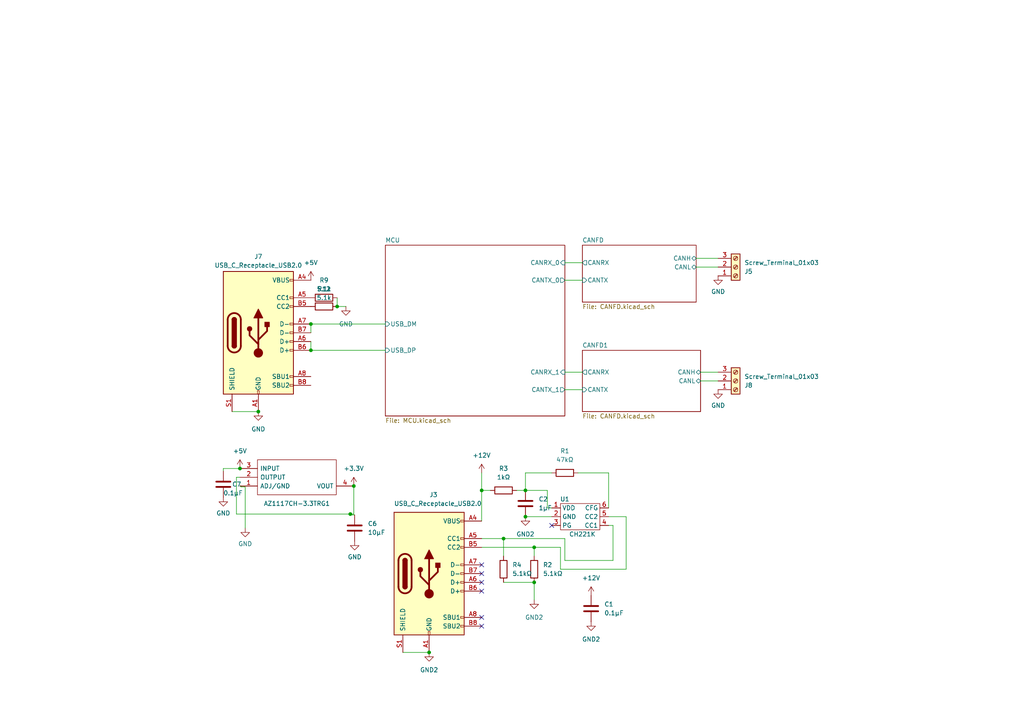
<source format=kicad_sch>
(kicad_sch
	(version 20231120)
	(generator "eeschema")
	(generator_version "8.0")
	(uuid "ed2fbc17-12c1-400f-8e92-dc38ac89ab04")
	(paper "A4")
	(lib_symbols
		(symbol "+5V_2"
			(power)
			(pin_names
				(offset 0)
			)
			(exclude_from_sim no)
			(in_bom yes)
			(on_board yes)
			(property "Reference" "#PWR"
				(at 0 -3.81 0)
				(effects
					(font
						(size 1.27 1.27)
					)
					(hide yes)
				)
			)
			(property "Value" "+5V_2"
				(at 0 3.556 0)
				(effects
					(font
						(size 1.27 1.27)
					)
				)
			)
			(property "Footprint" ""
				(at 0 0 0)
				(effects
					(font
						(size 1.27 1.27)
					)
					(hide yes)
				)
			)
			(property "Datasheet" ""
				(at 0 0 0)
				(effects
					(font
						(size 1.27 1.27)
					)
					(hide yes)
				)
			)
			(property "Description" "Power symbol creates a global label with name \"+5V\""
				(at 0 0 0)
				(effects
					(font
						(size 1.27 1.27)
					)
					(hide yes)
				)
			)
			(property "ki_keywords" "global power"
				(at 0 0 0)
				(effects
					(font
						(size 1.27 1.27)
					)
					(hide yes)
				)
			)
			(symbol "+5V_2_0_1"
				(polyline
					(pts
						(xy -0.762 1.27) (xy 0 2.54)
					)
					(stroke
						(width 0)
						(type default)
					)
					(fill
						(type none)
					)
				)
				(polyline
					(pts
						(xy 0 0) (xy 0 2.54)
					)
					(stroke
						(width 0)
						(type default)
					)
					(fill
						(type none)
					)
				)
				(polyline
					(pts
						(xy 0 2.54) (xy 0.762 1.27)
					)
					(stroke
						(width 0)
						(type default)
					)
					(fill
						(type none)
					)
				)
			)
			(symbol "+5V_2_1_1"
				(pin power_in line
					(at 0 0 90)
					(length 0) hide
					(name "+5V"
						(effects
							(font
								(size 1.27 1.27)
							)
						)
					)
					(number "1"
						(effects
							(font
								(size 1.27 1.27)
							)
						)
					)
				)
			)
		)
		(symbol "CH:CH221K"
			(exclude_from_sim no)
			(in_bom yes)
			(on_board yes)
			(property "Reference" "U"
				(at -11.43 0 0)
				(effects
					(font
						(size 1.27 1.27)
					)
				)
			)
			(property "Value" "CH221K"
				(at -6.35 -10.16 0)
				(effects
					(font
						(size 1.27 1.27)
					)
				)
			)
			(property "Footprint" "Package_TO_SOT_SMD:SOT-23-6"
				(at -6.35 2.54 0)
				(effects
					(font
						(size 1.27 1.27)
					)
					(hide yes)
				)
			)
			(property "Datasheet" ""
				(at -11.43 -3.81 0)
				(effects
					(font
						(size 1.27 1.27)
					)
					(hide yes)
				)
			)
			(property "Description" ""
				(at 0 0 0)
				(effects
					(font
						(size 1.27 1.27)
					)
					(hide yes)
				)
			)
			(symbol "CH221K_0_1"
				(rectangle
					(start -12.7 -1.27)
					(end -1.27 -8.89)
					(stroke
						(width 0)
						(type default)
					)
					(fill
						(type none)
					)
				)
			)
			(symbol "CH221K_1_1"
				(pin power_in line
					(at -15.24 -2.54 0)
					(length 2.54)
					(name "VDD"
						(effects
							(font
								(size 1.27 1.27)
							)
						)
					)
					(number "1"
						(effects
							(font
								(size 1.27 1.27)
							)
						)
					)
				)
				(pin power_in line
					(at -15.24 -5.08 0)
					(length 2.54)
					(name "GND"
						(effects
							(font
								(size 1.27 1.27)
							)
						)
					)
					(number "2"
						(effects
							(font
								(size 1.27 1.27)
							)
						)
					)
				)
				(pin output line
					(at -15.24 -7.62 0)
					(length 2.54)
					(name "PG"
						(effects
							(font
								(size 1.27 1.27)
							)
						)
					)
					(number "3"
						(effects
							(font
								(size 1.27 1.27)
							)
						)
					)
				)
				(pin input line
					(at 1.27 -7.62 180)
					(length 2.54)
					(name "CC1"
						(effects
							(font
								(size 1.27 1.27)
							)
						)
					)
					(number "4"
						(effects
							(font
								(size 1.27 1.27)
							)
						)
					)
				)
				(pin input line
					(at 1.27 -5.08 180)
					(length 2.54)
					(name "CC2"
						(effects
							(font
								(size 1.27 1.27)
							)
						)
					)
					(number "5"
						(effects
							(font
								(size 1.27 1.27)
							)
						)
					)
				)
				(pin input line
					(at 1.27 -2.54 180)
					(length 2.54)
					(name "CFG"
						(effects
							(font
								(size 1.27 1.27)
							)
						)
					)
					(number "6"
						(effects
							(font
								(size 1.27 1.27)
							)
						)
					)
				)
			)
		)
		(symbol "Connector:Screw_Terminal_01x03"
			(pin_names
				(offset 1.016) hide)
			(exclude_from_sim no)
			(in_bom yes)
			(on_board yes)
			(property "Reference" "J"
				(at 0 5.08 0)
				(effects
					(font
						(size 1.27 1.27)
					)
				)
			)
			(property "Value" "Screw_Terminal_01x03"
				(at 0 -5.08 0)
				(effects
					(font
						(size 1.27 1.27)
					)
				)
			)
			(property "Footprint" ""
				(at 0 0 0)
				(effects
					(font
						(size 1.27 1.27)
					)
					(hide yes)
				)
			)
			(property "Datasheet" "~"
				(at 0 0 0)
				(effects
					(font
						(size 1.27 1.27)
					)
					(hide yes)
				)
			)
			(property "Description" "Generic screw terminal, single row, 01x03, script generated (kicad-library-utils/schlib/autogen/connector/)"
				(at 0 0 0)
				(effects
					(font
						(size 1.27 1.27)
					)
					(hide yes)
				)
			)
			(property "ki_keywords" "screw terminal"
				(at 0 0 0)
				(effects
					(font
						(size 1.27 1.27)
					)
					(hide yes)
				)
			)
			(property "ki_fp_filters" "TerminalBlock*:*"
				(at 0 0 0)
				(effects
					(font
						(size 1.27 1.27)
					)
					(hide yes)
				)
			)
			(symbol "Screw_Terminal_01x03_1_1"
				(rectangle
					(start -1.27 3.81)
					(end 1.27 -3.81)
					(stroke
						(width 0.254)
						(type default)
					)
					(fill
						(type background)
					)
				)
				(circle
					(center 0 -2.54)
					(radius 0.635)
					(stroke
						(width 0.1524)
						(type default)
					)
					(fill
						(type none)
					)
				)
				(polyline
					(pts
						(xy -0.5334 -2.2098) (xy 0.3302 -3.048)
					)
					(stroke
						(width 0.1524)
						(type default)
					)
					(fill
						(type none)
					)
				)
				(polyline
					(pts
						(xy -0.5334 0.3302) (xy 0.3302 -0.508)
					)
					(stroke
						(width 0.1524)
						(type default)
					)
					(fill
						(type none)
					)
				)
				(polyline
					(pts
						(xy -0.5334 2.8702) (xy 0.3302 2.032)
					)
					(stroke
						(width 0.1524)
						(type default)
					)
					(fill
						(type none)
					)
				)
				(polyline
					(pts
						(xy -0.3556 -2.032) (xy 0.508 -2.8702)
					)
					(stroke
						(width 0.1524)
						(type default)
					)
					(fill
						(type none)
					)
				)
				(polyline
					(pts
						(xy -0.3556 0.508) (xy 0.508 -0.3302)
					)
					(stroke
						(width 0.1524)
						(type default)
					)
					(fill
						(type none)
					)
				)
				(polyline
					(pts
						(xy -0.3556 3.048) (xy 0.508 2.2098)
					)
					(stroke
						(width 0.1524)
						(type default)
					)
					(fill
						(type none)
					)
				)
				(circle
					(center 0 0)
					(radius 0.635)
					(stroke
						(width 0.1524)
						(type default)
					)
					(fill
						(type none)
					)
				)
				(circle
					(center 0 2.54)
					(radius 0.635)
					(stroke
						(width 0.1524)
						(type default)
					)
					(fill
						(type none)
					)
				)
				(pin passive line
					(at -5.08 2.54 0)
					(length 3.81)
					(name "Pin_1"
						(effects
							(font
								(size 1.27 1.27)
							)
						)
					)
					(number "1"
						(effects
							(font
								(size 1.27 1.27)
							)
						)
					)
				)
				(pin passive line
					(at -5.08 0 0)
					(length 3.81)
					(name "Pin_2"
						(effects
							(font
								(size 1.27 1.27)
							)
						)
					)
					(number "2"
						(effects
							(font
								(size 1.27 1.27)
							)
						)
					)
				)
				(pin passive line
					(at -5.08 -2.54 0)
					(length 3.81)
					(name "Pin_3"
						(effects
							(font
								(size 1.27 1.27)
							)
						)
					)
					(number "3"
						(effects
							(font
								(size 1.27 1.27)
							)
						)
					)
				)
			)
		)
		(symbol "Connector:USB_C_Receptacle_USB2.0"
			(pin_names
				(offset 1.016)
			)
			(exclude_from_sim no)
			(in_bom yes)
			(on_board yes)
			(property "Reference" "J"
				(at -10.16 19.05 0)
				(effects
					(font
						(size 1.27 1.27)
					)
					(justify left)
				)
			)
			(property "Value" "USB_C_Receptacle_USB2.0"
				(at 19.05 19.05 0)
				(effects
					(font
						(size 1.27 1.27)
					)
					(justify right)
				)
			)
			(property "Footprint" ""
				(at 3.81 0 0)
				(effects
					(font
						(size 1.27 1.27)
					)
					(hide yes)
				)
			)
			(property "Datasheet" "https://www.usb.org/sites/default/files/documents/usb_type-c.zip"
				(at 3.81 0 0)
				(effects
					(font
						(size 1.27 1.27)
					)
					(hide yes)
				)
			)
			(property "Description" "USB 2.0-only Type-C Receptacle connector"
				(at 0 0 0)
				(effects
					(font
						(size 1.27 1.27)
					)
					(hide yes)
				)
			)
			(property "ki_keywords" "usb universal serial bus type-C USB2.0"
				(at 0 0 0)
				(effects
					(font
						(size 1.27 1.27)
					)
					(hide yes)
				)
			)
			(property "ki_fp_filters" "USB*C*Receptacle*"
				(at 0 0 0)
				(effects
					(font
						(size 1.27 1.27)
					)
					(hide yes)
				)
			)
			(symbol "USB_C_Receptacle_USB2.0_0_0"
				(rectangle
					(start -0.254 -17.78)
					(end 0.254 -16.764)
					(stroke
						(width 0)
						(type default)
					)
					(fill
						(type none)
					)
				)
				(rectangle
					(start 10.16 -14.986)
					(end 9.144 -15.494)
					(stroke
						(width 0)
						(type default)
					)
					(fill
						(type none)
					)
				)
				(rectangle
					(start 10.16 -12.446)
					(end 9.144 -12.954)
					(stroke
						(width 0)
						(type default)
					)
					(fill
						(type none)
					)
				)
				(rectangle
					(start 10.16 -4.826)
					(end 9.144 -5.334)
					(stroke
						(width 0)
						(type default)
					)
					(fill
						(type none)
					)
				)
				(rectangle
					(start 10.16 -2.286)
					(end 9.144 -2.794)
					(stroke
						(width 0)
						(type default)
					)
					(fill
						(type none)
					)
				)
				(rectangle
					(start 10.16 0.254)
					(end 9.144 -0.254)
					(stroke
						(width 0)
						(type default)
					)
					(fill
						(type none)
					)
				)
				(rectangle
					(start 10.16 2.794)
					(end 9.144 2.286)
					(stroke
						(width 0)
						(type default)
					)
					(fill
						(type none)
					)
				)
				(rectangle
					(start 10.16 7.874)
					(end 9.144 7.366)
					(stroke
						(width 0)
						(type default)
					)
					(fill
						(type none)
					)
				)
				(rectangle
					(start 10.16 10.414)
					(end 9.144 9.906)
					(stroke
						(width 0)
						(type default)
					)
					(fill
						(type none)
					)
				)
				(rectangle
					(start 10.16 15.494)
					(end 9.144 14.986)
					(stroke
						(width 0)
						(type default)
					)
					(fill
						(type none)
					)
				)
			)
			(symbol "USB_C_Receptacle_USB2.0_0_1"
				(rectangle
					(start -10.16 17.78)
					(end 10.16 -17.78)
					(stroke
						(width 0.254)
						(type default)
					)
					(fill
						(type background)
					)
				)
				(arc
					(start -8.89 -3.81)
					(mid -6.985 -5.7067)
					(end -5.08 -3.81)
					(stroke
						(width 0.508)
						(type default)
					)
					(fill
						(type none)
					)
				)
				(arc
					(start -7.62 -3.81)
					(mid -6.985 -4.4423)
					(end -6.35 -3.81)
					(stroke
						(width 0.254)
						(type default)
					)
					(fill
						(type none)
					)
				)
				(arc
					(start -7.62 -3.81)
					(mid -6.985 -4.4423)
					(end -6.35 -3.81)
					(stroke
						(width 0.254)
						(type default)
					)
					(fill
						(type outline)
					)
				)
				(rectangle
					(start -7.62 -3.81)
					(end -6.35 3.81)
					(stroke
						(width 0.254)
						(type default)
					)
					(fill
						(type outline)
					)
				)
				(arc
					(start -6.35 3.81)
					(mid -6.985 4.4423)
					(end -7.62 3.81)
					(stroke
						(width 0.254)
						(type default)
					)
					(fill
						(type none)
					)
				)
				(arc
					(start -6.35 3.81)
					(mid -6.985 4.4423)
					(end -7.62 3.81)
					(stroke
						(width 0.254)
						(type default)
					)
					(fill
						(type outline)
					)
				)
				(arc
					(start -5.08 3.81)
					(mid -6.985 5.7067)
					(end -8.89 3.81)
					(stroke
						(width 0.508)
						(type default)
					)
					(fill
						(type none)
					)
				)
				(circle
					(center -2.54 1.143)
					(radius 0.635)
					(stroke
						(width 0.254)
						(type default)
					)
					(fill
						(type outline)
					)
				)
				(circle
					(center 0 -5.842)
					(radius 1.27)
					(stroke
						(width 0)
						(type default)
					)
					(fill
						(type outline)
					)
				)
				(polyline
					(pts
						(xy -8.89 -3.81) (xy -8.89 3.81)
					)
					(stroke
						(width 0.508)
						(type default)
					)
					(fill
						(type none)
					)
				)
				(polyline
					(pts
						(xy -5.08 3.81) (xy -5.08 -3.81)
					)
					(stroke
						(width 0.508)
						(type default)
					)
					(fill
						(type none)
					)
				)
				(polyline
					(pts
						(xy 0 -5.842) (xy 0 4.318)
					)
					(stroke
						(width 0.508)
						(type default)
					)
					(fill
						(type none)
					)
				)
				(polyline
					(pts
						(xy 0 -3.302) (xy -2.54 -0.762) (xy -2.54 0.508)
					)
					(stroke
						(width 0.508)
						(type default)
					)
					(fill
						(type none)
					)
				)
				(polyline
					(pts
						(xy 0 -2.032) (xy 2.54 0.508) (xy 2.54 1.778)
					)
					(stroke
						(width 0.508)
						(type default)
					)
					(fill
						(type none)
					)
				)
				(polyline
					(pts
						(xy -1.27 4.318) (xy 0 6.858) (xy 1.27 4.318) (xy -1.27 4.318)
					)
					(stroke
						(width 0.254)
						(type default)
					)
					(fill
						(type outline)
					)
				)
				(rectangle
					(start 1.905 1.778)
					(end 3.175 3.048)
					(stroke
						(width 0.254)
						(type default)
					)
					(fill
						(type outline)
					)
				)
			)
			(symbol "USB_C_Receptacle_USB2.0_1_1"
				(pin passive line
					(at 0 -22.86 90)
					(length 5.08)
					(name "GND"
						(effects
							(font
								(size 1.27 1.27)
							)
						)
					)
					(number "A1"
						(effects
							(font
								(size 1.27 1.27)
							)
						)
					)
				)
				(pin passive line
					(at 0 -22.86 90)
					(length 5.08) hide
					(name "GND"
						(effects
							(font
								(size 1.27 1.27)
							)
						)
					)
					(number "A12"
						(effects
							(font
								(size 1.27 1.27)
							)
						)
					)
				)
				(pin passive line
					(at 15.24 15.24 180)
					(length 5.08)
					(name "VBUS"
						(effects
							(font
								(size 1.27 1.27)
							)
						)
					)
					(number "A4"
						(effects
							(font
								(size 1.27 1.27)
							)
						)
					)
				)
				(pin bidirectional line
					(at 15.24 10.16 180)
					(length 5.08)
					(name "CC1"
						(effects
							(font
								(size 1.27 1.27)
							)
						)
					)
					(number "A5"
						(effects
							(font
								(size 1.27 1.27)
							)
						)
					)
				)
				(pin bidirectional line
					(at 15.24 -2.54 180)
					(length 5.08)
					(name "D+"
						(effects
							(font
								(size 1.27 1.27)
							)
						)
					)
					(number "A6"
						(effects
							(font
								(size 1.27 1.27)
							)
						)
					)
				)
				(pin bidirectional line
					(at 15.24 2.54 180)
					(length 5.08)
					(name "D-"
						(effects
							(font
								(size 1.27 1.27)
							)
						)
					)
					(number "A7"
						(effects
							(font
								(size 1.27 1.27)
							)
						)
					)
				)
				(pin bidirectional line
					(at 15.24 -12.7 180)
					(length 5.08)
					(name "SBU1"
						(effects
							(font
								(size 1.27 1.27)
							)
						)
					)
					(number "A8"
						(effects
							(font
								(size 1.27 1.27)
							)
						)
					)
				)
				(pin passive line
					(at 15.24 15.24 180)
					(length 5.08) hide
					(name "VBUS"
						(effects
							(font
								(size 1.27 1.27)
							)
						)
					)
					(number "A9"
						(effects
							(font
								(size 1.27 1.27)
							)
						)
					)
				)
				(pin passive line
					(at 0 -22.86 90)
					(length 5.08) hide
					(name "GND"
						(effects
							(font
								(size 1.27 1.27)
							)
						)
					)
					(number "B1"
						(effects
							(font
								(size 1.27 1.27)
							)
						)
					)
				)
				(pin passive line
					(at 0 -22.86 90)
					(length 5.08) hide
					(name "GND"
						(effects
							(font
								(size 1.27 1.27)
							)
						)
					)
					(number "B12"
						(effects
							(font
								(size 1.27 1.27)
							)
						)
					)
				)
				(pin passive line
					(at 15.24 15.24 180)
					(length 5.08) hide
					(name "VBUS"
						(effects
							(font
								(size 1.27 1.27)
							)
						)
					)
					(number "B4"
						(effects
							(font
								(size 1.27 1.27)
							)
						)
					)
				)
				(pin bidirectional line
					(at 15.24 7.62 180)
					(length 5.08)
					(name "CC2"
						(effects
							(font
								(size 1.27 1.27)
							)
						)
					)
					(number "B5"
						(effects
							(font
								(size 1.27 1.27)
							)
						)
					)
				)
				(pin bidirectional line
					(at 15.24 -5.08 180)
					(length 5.08)
					(name "D+"
						(effects
							(font
								(size 1.27 1.27)
							)
						)
					)
					(number "B6"
						(effects
							(font
								(size 1.27 1.27)
							)
						)
					)
				)
				(pin bidirectional line
					(at 15.24 0 180)
					(length 5.08)
					(name "D-"
						(effects
							(font
								(size 1.27 1.27)
							)
						)
					)
					(number "B7"
						(effects
							(font
								(size 1.27 1.27)
							)
						)
					)
				)
				(pin bidirectional line
					(at 15.24 -15.24 180)
					(length 5.08)
					(name "SBU2"
						(effects
							(font
								(size 1.27 1.27)
							)
						)
					)
					(number "B8"
						(effects
							(font
								(size 1.27 1.27)
							)
						)
					)
				)
				(pin passive line
					(at 15.24 15.24 180)
					(length 5.08) hide
					(name "VBUS"
						(effects
							(font
								(size 1.27 1.27)
							)
						)
					)
					(number "B9"
						(effects
							(font
								(size 1.27 1.27)
							)
						)
					)
				)
				(pin passive line
					(at -7.62 -22.86 90)
					(length 5.08)
					(name "SHIELD"
						(effects
							(font
								(size 1.27 1.27)
							)
						)
					)
					(number "S1"
						(effects
							(font
								(size 1.27 1.27)
							)
						)
					)
				)
			)
		)
		(symbol "Device:C"
			(pin_numbers hide)
			(pin_names
				(offset 0.254)
			)
			(exclude_from_sim no)
			(in_bom yes)
			(on_board yes)
			(property "Reference" "C"
				(at 0.635 2.54 0)
				(effects
					(font
						(size 1.27 1.27)
					)
					(justify left)
				)
			)
			(property "Value" "C"
				(at 0.635 -2.54 0)
				(effects
					(font
						(size 1.27 1.27)
					)
					(justify left)
				)
			)
			(property "Footprint" ""
				(at 0.9652 -3.81 0)
				(effects
					(font
						(size 1.27 1.27)
					)
					(hide yes)
				)
			)
			(property "Datasheet" "~"
				(at 0 0 0)
				(effects
					(font
						(size 1.27 1.27)
					)
					(hide yes)
				)
			)
			(property "Description" "Unpolarized capacitor"
				(at 0 0 0)
				(effects
					(font
						(size 1.27 1.27)
					)
					(hide yes)
				)
			)
			(property "ki_keywords" "cap capacitor"
				(at 0 0 0)
				(effects
					(font
						(size 1.27 1.27)
					)
					(hide yes)
				)
			)
			(property "ki_fp_filters" "C_*"
				(at 0 0 0)
				(effects
					(font
						(size 1.27 1.27)
					)
					(hide yes)
				)
			)
			(symbol "C_0_1"
				(polyline
					(pts
						(xy -2.032 -0.762) (xy 2.032 -0.762)
					)
					(stroke
						(width 0.508)
						(type default)
					)
					(fill
						(type none)
					)
				)
				(polyline
					(pts
						(xy -2.032 0.762) (xy 2.032 0.762)
					)
					(stroke
						(width 0.508)
						(type default)
					)
					(fill
						(type none)
					)
				)
			)
			(symbol "C_1_1"
				(pin passive line
					(at 0 3.81 270)
					(length 2.794)
					(name "~"
						(effects
							(font
								(size 1.27 1.27)
							)
						)
					)
					(number "1"
						(effects
							(font
								(size 1.27 1.27)
							)
						)
					)
				)
				(pin passive line
					(at 0 -3.81 90)
					(length 2.794)
					(name "~"
						(effects
							(font
								(size 1.27 1.27)
							)
						)
					)
					(number "2"
						(effects
							(font
								(size 1.27 1.27)
							)
						)
					)
				)
			)
		)
		(symbol "Device:R"
			(pin_numbers hide)
			(pin_names
				(offset 0)
			)
			(exclude_from_sim no)
			(in_bom yes)
			(on_board yes)
			(property "Reference" "R"
				(at 2.032 0 90)
				(effects
					(font
						(size 1.27 1.27)
					)
				)
			)
			(property "Value" "R"
				(at 0 0 90)
				(effects
					(font
						(size 1.27 1.27)
					)
				)
			)
			(property "Footprint" ""
				(at -1.778 0 90)
				(effects
					(font
						(size 1.27 1.27)
					)
					(hide yes)
				)
			)
			(property "Datasheet" "~"
				(at 0 0 0)
				(effects
					(font
						(size 1.27 1.27)
					)
					(hide yes)
				)
			)
			(property "Description" "Resistor"
				(at 0 0 0)
				(effects
					(font
						(size 1.27 1.27)
					)
					(hide yes)
				)
			)
			(property "ki_keywords" "R res resistor"
				(at 0 0 0)
				(effects
					(font
						(size 1.27 1.27)
					)
					(hide yes)
				)
			)
			(property "ki_fp_filters" "R_*"
				(at 0 0 0)
				(effects
					(font
						(size 1.27 1.27)
					)
					(hide yes)
				)
			)
			(symbol "R_0_1"
				(rectangle
					(start -1.016 -2.54)
					(end 1.016 2.54)
					(stroke
						(width 0.254)
						(type default)
					)
					(fill
						(type none)
					)
				)
			)
			(symbol "R_1_1"
				(pin passive line
					(at 0 3.81 270)
					(length 1.27)
					(name "~"
						(effects
							(font
								(size 1.27 1.27)
							)
						)
					)
					(number "1"
						(effects
							(font
								(size 1.27 1.27)
							)
						)
					)
				)
				(pin passive line
					(at 0 -3.81 90)
					(length 1.27)
					(name "~"
						(effects
							(font
								(size 1.27 1.27)
							)
						)
					)
					(number "2"
						(effects
							(font
								(size 1.27 1.27)
							)
						)
					)
				)
			)
		)
		(symbol "SamacSys_Parts:AZ1117CH-3.3TRG1"
			(pin_names
				(offset 0.762)
			)
			(exclude_from_sim no)
			(in_bom yes)
			(on_board yes)
			(property "Reference" "IC"
				(at 29.21 7.62 0)
				(effects
					(font
						(size 1.27 1.27)
					)
					(justify left)
				)
			)
			(property "Value" "AZ1117CH-3.3TRG1"
				(at 29.21 5.08 0)
				(effects
					(font
						(size 1.27 1.27)
					)
					(justify left)
				)
			)
			(property "Footprint" "SOT230P700X180-4N"
				(at 29.21 2.54 0)
				(effects
					(font
						(size 1.27 1.27)
					)
					(justify left)
					(hide yes)
				)
			)
			(property "Datasheet" "http://uk.rs-online.com/web/p/products/9210679P"
				(at 29.21 0 0)
				(effects
					(font
						(size 1.27 1.27)
					)
					(justify left)
					(hide yes)
				)
			)
			(property "Description" "1.35A 3.3V LDO Reg. Current Limit SOT223 DiodesZetex AZ1117CH-3.3TRG1, LDO Voltage Regulator, 0.8A, 3.3 V +/-1%, maximum of 15 Vin, 3-Pin SOT-223"
				(at 29.21 -2.54 0)
				(effects
					(font
						(size 1.27 1.27)
					)
					(justify left)
					(hide yes)
				)
			)
			(property "Height" "1.8"
				(at 29.21 -5.08 0)
				(effects
					(font
						(size 1.27 1.27)
					)
					(justify left)
					(hide yes)
				)
			)
			(property "RS Part Number" "9210679P"
				(at 29.21 -7.62 0)
				(effects
					(font
						(size 1.27 1.27)
					)
					(justify left)
					(hide yes)
				)
			)
			(property "RS Price/Stock" "http://uk.rs-online.com/web/p/products/9210679P"
				(at 29.21 -10.16 0)
				(effects
					(font
						(size 1.27 1.27)
					)
					(justify left)
					(hide yes)
				)
			)
			(property "Manufacturer_Name" "Diodes Inc."
				(at 29.21 -12.7 0)
				(effects
					(font
						(size 1.27 1.27)
					)
					(justify left)
					(hide yes)
				)
			)
			(property "Manufacturer_Part_Number" "AZ1117CH-3.3TRG1"
				(at 29.21 -15.24 0)
				(effects
					(font
						(size 1.27 1.27)
					)
					(justify left)
					(hide yes)
				)
			)
			(property "Allied_Number" "70551070"
				(at 29.21 -17.78 0)
				(effects
					(font
						(size 1.27 1.27)
					)
					(justify left)
					(hide yes)
				)
			)
			(symbol "AZ1117CH-3.3TRG1_0_0"
				(pin passive line
					(at 0 0 0)
					(length 5.08)
					(name "ADJ/GND"
						(effects
							(font
								(size 1.27 1.27)
							)
						)
					)
					(number "1"
						(effects
							(font
								(size 1.27 1.27)
							)
						)
					)
				)
				(pin passive line
					(at 0 -2.54 0)
					(length 5.08)
					(name "OUTPUT"
						(effects
							(font
								(size 1.27 1.27)
							)
						)
					)
					(number "2"
						(effects
							(font
								(size 1.27 1.27)
							)
						)
					)
				)
				(pin passive line
					(at 0 -5.08 0)
					(length 5.08)
					(name "INPUT"
						(effects
							(font
								(size 1.27 1.27)
							)
						)
					)
					(number "3"
						(effects
							(font
								(size 1.27 1.27)
							)
						)
					)
				)
				(pin passive line
					(at 33.02 0 180)
					(length 5.08)
					(name "VOUT"
						(effects
							(font
								(size 1.27 1.27)
							)
						)
					)
					(number "4"
						(effects
							(font
								(size 1.27 1.27)
							)
						)
					)
				)
			)
			(symbol "AZ1117CH-3.3TRG1_0_1"
				(polyline
					(pts
						(xy 5.08 2.54) (xy 27.94 2.54) (xy 27.94 -7.62) (xy 5.08 -7.62) (xy 5.08 2.54)
					)
					(stroke
						(width 0.1524)
						(type default)
					)
					(fill
						(type none)
					)
				)
			)
		)
		(symbol "power:+12V"
			(power)
			(pin_names
				(offset 0)
			)
			(exclude_from_sim no)
			(in_bom yes)
			(on_board yes)
			(property "Reference" "#PWR"
				(at 0 -3.81 0)
				(effects
					(font
						(size 1.27 1.27)
					)
					(hide yes)
				)
			)
			(property "Value" "+12V"
				(at 0 3.556 0)
				(effects
					(font
						(size 1.27 1.27)
					)
				)
			)
			(property "Footprint" ""
				(at 0 0 0)
				(effects
					(font
						(size 1.27 1.27)
					)
					(hide yes)
				)
			)
			(property "Datasheet" ""
				(at 0 0 0)
				(effects
					(font
						(size 1.27 1.27)
					)
					(hide yes)
				)
			)
			(property "Description" "Power symbol creates a global label with name \"+12V\""
				(at 0 0 0)
				(effects
					(font
						(size 1.27 1.27)
					)
					(hide yes)
				)
			)
			(property "ki_keywords" "global power"
				(at 0 0 0)
				(effects
					(font
						(size 1.27 1.27)
					)
					(hide yes)
				)
			)
			(symbol "+12V_0_1"
				(polyline
					(pts
						(xy -0.762 1.27) (xy 0 2.54)
					)
					(stroke
						(width 0)
						(type default)
					)
					(fill
						(type none)
					)
				)
				(polyline
					(pts
						(xy 0 0) (xy 0 2.54)
					)
					(stroke
						(width 0)
						(type default)
					)
					(fill
						(type none)
					)
				)
				(polyline
					(pts
						(xy 0 2.54) (xy 0.762 1.27)
					)
					(stroke
						(width 0)
						(type default)
					)
					(fill
						(type none)
					)
				)
			)
			(symbol "+12V_1_1"
				(pin power_in line
					(at 0 0 90)
					(length 0) hide
					(name "+12V"
						(effects
							(font
								(size 1.27 1.27)
							)
						)
					)
					(number "1"
						(effects
							(font
								(size 1.27 1.27)
							)
						)
					)
				)
			)
		)
		(symbol "power:+3.3V"
			(power)
			(pin_names
				(offset 0)
			)
			(exclude_from_sim no)
			(in_bom yes)
			(on_board yes)
			(property "Reference" "#PWR"
				(at 0 -3.81 0)
				(effects
					(font
						(size 1.27 1.27)
					)
					(hide yes)
				)
			)
			(property "Value" "+3.3V"
				(at 0 3.556 0)
				(effects
					(font
						(size 1.27 1.27)
					)
				)
			)
			(property "Footprint" ""
				(at 0 0 0)
				(effects
					(font
						(size 1.27 1.27)
					)
					(hide yes)
				)
			)
			(property "Datasheet" ""
				(at 0 0 0)
				(effects
					(font
						(size 1.27 1.27)
					)
					(hide yes)
				)
			)
			(property "Description" "Power symbol creates a global label with name \"+3.3V\""
				(at 0 0 0)
				(effects
					(font
						(size 1.27 1.27)
					)
					(hide yes)
				)
			)
			(property "ki_keywords" "global power"
				(at 0 0 0)
				(effects
					(font
						(size 1.27 1.27)
					)
					(hide yes)
				)
			)
			(symbol "+3.3V_0_1"
				(polyline
					(pts
						(xy -0.762 1.27) (xy 0 2.54)
					)
					(stroke
						(width 0)
						(type default)
					)
					(fill
						(type none)
					)
				)
				(polyline
					(pts
						(xy 0 0) (xy 0 2.54)
					)
					(stroke
						(width 0)
						(type default)
					)
					(fill
						(type none)
					)
				)
				(polyline
					(pts
						(xy 0 2.54) (xy 0.762 1.27)
					)
					(stroke
						(width 0)
						(type default)
					)
					(fill
						(type none)
					)
				)
			)
			(symbol "+3.3V_1_1"
				(pin power_in line
					(at 0 0 90)
					(length 0) hide
					(name "+3.3V"
						(effects
							(font
								(size 1.27 1.27)
							)
						)
					)
					(number "1"
						(effects
							(font
								(size 1.27 1.27)
							)
						)
					)
				)
			)
		)
		(symbol "power:+5V"
			(power)
			(pin_numbers hide)
			(pin_names
				(offset 0) hide)
			(exclude_from_sim no)
			(in_bom yes)
			(on_board yes)
			(property "Reference" "#PWR"
				(at 0 -3.81 0)
				(effects
					(font
						(size 1.27 1.27)
					)
					(hide yes)
				)
			)
			(property "Value" "+5V"
				(at 0 3.556 0)
				(effects
					(font
						(size 1.27 1.27)
					)
				)
			)
			(property "Footprint" ""
				(at 0 0 0)
				(effects
					(font
						(size 1.27 1.27)
					)
					(hide yes)
				)
			)
			(property "Datasheet" ""
				(at 0 0 0)
				(effects
					(font
						(size 1.27 1.27)
					)
					(hide yes)
				)
			)
			(property "Description" "Power symbol creates a global label with name \"+5V\""
				(at 0 0 0)
				(effects
					(font
						(size 1.27 1.27)
					)
					(hide yes)
				)
			)
			(property "ki_keywords" "global power"
				(at 0 0 0)
				(effects
					(font
						(size 1.27 1.27)
					)
					(hide yes)
				)
			)
			(symbol "+5V_0_1"
				(polyline
					(pts
						(xy -0.762 1.27) (xy 0 2.54)
					)
					(stroke
						(width 0)
						(type default)
					)
					(fill
						(type none)
					)
				)
				(polyline
					(pts
						(xy 0 0) (xy 0 2.54)
					)
					(stroke
						(width 0)
						(type default)
					)
					(fill
						(type none)
					)
				)
				(polyline
					(pts
						(xy 0 2.54) (xy 0.762 1.27)
					)
					(stroke
						(width 0)
						(type default)
					)
					(fill
						(type none)
					)
				)
			)
			(symbol "+5V_1_1"
				(pin power_in line
					(at 0 0 90)
					(length 0)
					(name "~"
						(effects
							(font
								(size 1.27 1.27)
							)
						)
					)
					(number "1"
						(effects
							(font
								(size 1.27 1.27)
							)
						)
					)
				)
			)
		)
		(symbol "power:GND"
			(power)
			(pin_numbers hide)
			(pin_names
				(offset 0) hide)
			(exclude_from_sim no)
			(in_bom yes)
			(on_board yes)
			(property "Reference" "#PWR"
				(at 0 -6.35 0)
				(effects
					(font
						(size 1.27 1.27)
					)
					(hide yes)
				)
			)
			(property "Value" "GND"
				(at 0 -3.81 0)
				(effects
					(font
						(size 1.27 1.27)
					)
				)
			)
			(property "Footprint" ""
				(at 0 0 0)
				(effects
					(font
						(size 1.27 1.27)
					)
					(hide yes)
				)
			)
			(property "Datasheet" ""
				(at 0 0 0)
				(effects
					(font
						(size 1.27 1.27)
					)
					(hide yes)
				)
			)
			(property "Description" "Power symbol creates a global label with name \"GND\" , ground"
				(at 0 0 0)
				(effects
					(font
						(size 1.27 1.27)
					)
					(hide yes)
				)
			)
			(property "ki_keywords" "global power"
				(at 0 0 0)
				(effects
					(font
						(size 1.27 1.27)
					)
					(hide yes)
				)
			)
			(symbol "GND_0_1"
				(polyline
					(pts
						(xy 0 0) (xy 0 -1.27) (xy 1.27 -1.27) (xy 0 -2.54) (xy -1.27 -1.27) (xy 0 -1.27)
					)
					(stroke
						(width 0)
						(type default)
					)
					(fill
						(type none)
					)
				)
			)
			(symbol "GND_1_1"
				(pin power_in line
					(at 0 0 270)
					(length 0)
					(name "~"
						(effects
							(font
								(size 1.27 1.27)
							)
						)
					)
					(number "1"
						(effects
							(font
								(size 1.27 1.27)
							)
						)
					)
				)
			)
		)
		(symbol "power:GND2"
			(power)
			(pin_numbers hide)
			(pin_names
				(offset 0) hide)
			(exclude_from_sim no)
			(in_bom yes)
			(on_board yes)
			(property "Reference" "#PWR"
				(at 0 -6.35 0)
				(effects
					(font
						(size 1.27 1.27)
					)
					(hide yes)
				)
			)
			(property "Value" "GND2"
				(at 0 -3.81 0)
				(effects
					(font
						(size 1.27 1.27)
					)
				)
			)
			(property "Footprint" ""
				(at 0 0 0)
				(effects
					(font
						(size 1.27 1.27)
					)
					(hide yes)
				)
			)
			(property "Datasheet" ""
				(at 0 0 0)
				(effects
					(font
						(size 1.27 1.27)
					)
					(hide yes)
				)
			)
			(property "Description" "Power symbol creates a global label with name \"GND2\" , ground"
				(at 0 0 0)
				(effects
					(font
						(size 1.27 1.27)
					)
					(hide yes)
				)
			)
			(property "ki_keywords" "global power"
				(at 0 0 0)
				(effects
					(font
						(size 1.27 1.27)
					)
					(hide yes)
				)
			)
			(symbol "GND2_0_1"
				(polyline
					(pts
						(xy 0 0) (xy 0 -1.27) (xy 1.27 -1.27) (xy 0 -2.54) (xy -1.27 -1.27) (xy 0 -1.27)
					)
					(stroke
						(width 0)
						(type default)
					)
					(fill
						(type none)
					)
				)
			)
			(symbol "GND2_1_1"
				(pin power_in line
					(at 0 0 270)
					(length 0)
					(name "~"
						(effects
							(font
								(size 1.27 1.27)
							)
						)
					)
					(number "1"
						(effects
							(font
								(size 1.27 1.27)
							)
						)
					)
				)
			)
		)
	)
	(junction
		(at 139.7 142.24)
		(diameter 0)
		(color 0 0 0 0)
		(uuid "10062522-877a-411c-b758-ee01dc49a85a")
	)
	(junction
		(at 69.596 135.89)
		(diameter 0)
		(color 0 0 0 0)
		(uuid "2612a04a-0618-4ccc-a4d8-d7d961549b40")
	)
	(junction
		(at 124.46 189.23)
		(diameter 0)
		(color 0 0 0 0)
		(uuid "356f70e5-3d99-413d-95de-5a85a5b3f6db")
	)
	(junction
		(at 90.17 101.6)
		(diameter 0)
		(color 0 0 0 0)
		(uuid "3749f586-c9c5-484a-8094-b6ccb9108267")
	)
	(junction
		(at 146.05 156.21)
		(diameter 0)
		(color 0 0 0 0)
		(uuid "6539b7fd-1fb4-4138-8e87-4dff1867106f")
	)
	(junction
		(at 102.616 140.97)
		(diameter 0)
		(color 0 0 0 0)
		(uuid "65425b26-c62b-486c-85af-5e14114f1165")
	)
	(junction
		(at 152.4 149.86)
		(diameter 0)
		(color 0 0 0 0)
		(uuid "79860dd4-451c-40d8-b9a5-a14c3a138401")
	)
	(junction
		(at 74.93 119.38)
		(diameter 0)
		(color 0 0 0 0)
		(uuid "88987dd4-2b06-477c-93ae-a2f94d65dd6d")
	)
	(junction
		(at 97.79 88.9)
		(diameter 0)
		(color 0 0 0 0)
		(uuid "8c51deea-4fe5-4737-8562-dc6bee7ff811")
	)
	(junction
		(at 154.94 168.91)
		(diameter 0)
		(color 0 0 0 0)
		(uuid "a0777904-a7e5-4b26-8c48-cfb0cc684179")
	)
	(junction
		(at 90.17 93.98)
		(diameter 0)
		(color 0 0 0 0)
		(uuid "a2605410-4ab3-4e83-9bb3-25bb3f3d1e5a")
	)
	(junction
		(at 152.4 142.24)
		(diameter 0)
		(color 0 0 0 0)
		(uuid "b00f3f99-9e84-4a68-ab83-53b107ae7394")
	)
	(junction
		(at 101.6 149.098)
		(diameter 0)
		(color 0 0 0 0)
		(uuid "b1e0e991-8215-44a0-b2c1-5f7fc411fe71")
	)
	(junction
		(at 154.94 158.75)
		(diameter 0)
		(color 0 0 0 0)
		(uuid "b8146245-7b90-4cc0-8b40-f79c5acb67ab")
	)
	(no_connect
		(at 160.02 152.4)
		(uuid "04f10e34-2753-4a55-ba77-93e2acb5d429")
	)
	(no_connect
		(at 139.7 181.61)
		(uuid "8e36d1af-ac1c-4fcf-8955-d62fc0781b40")
	)
	(no_connect
		(at 139.7 166.37)
		(uuid "c3262a68-49f1-4622-aa91-29826f207ff1")
	)
	(no_connect
		(at 139.7 168.91)
		(uuid "c6326dd7-2a20-44a0-8c80-b3277ecee6fb")
	)
	(no_connect
		(at 139.7 179.07)
		(uuid "d3ad30d4-ba67-4776-87e7-307d3a82830a")
	)
	(no_connect
		(at 139.7 163.83)
		(uuid "d7b9d652-094b-4d9e-b5cd-9b6ba2c97b0b")
	)
	(no_connect
		(at 139.7 171.45)
		(uuid "e7ce5bcd-7943-4620-b641-50ddb96139f3")
	)
	(wire
		(pts
			(xy 176.53 137.16) (xy 176.53 147.32)
		)
		(stroke
			(width 0)
			(type default)
		)
		(uuid "031d5dc9-da7a-4929-b237-f6bc0959968c")
	)
	(wire
		(pts
			(xy 69.85 140.97) (xy 69.596 140.97)
		)
		(stroke
			(width 0)
			(type default)
		)
		(uuid "04baa1fc-f39f-4fc8-aebb-ade79fcb7d7c")
	)
	(wire
		(pts
			(xy 139.7 142.24) (xy 142.24 142.24)
		)
		(stroke
			(width 0)
			(type default)
		)
		(uuid "0541f975-33bf-4c36-accc-5a1c0bba6d87")
	)
	(wire
		(pts
			(xy 146.05 161.29) (xy 146.05 156.21)
		)
		(stroke
			(width 0)
			(type default)
		)
		(uuid "1860c34b-f479-4080-9a85-3982bc445364")
	)
	(wire
		(pts
			(xy 167.64 137.16) (xy 176.53 137.16)
		)
		(stroke
			(width 0)
			(type default)
		)
		(uuid "18640d63-7e88-4447-96a1-c86a0a3162b0")
	)
	(wire
		(pts
			(xy 139.7 158.75) (xy 154.94 158.75)
		)
		(stroke
			(width 0)
			(type default)
		)
		(uuid "19a9d0ba-7a5d-4a43-8f27-f145c8af7844")
	)
	(wire
		(pts
			(xy 146.05 168.91) (xy 154.94 168.91)
		)
		(stroke
			(width 0)
			(type default)
		)
		(uuid "1afff9fb-b887-43d0-bedd-80ffd5652af5")
	)
	(wire
		(pts
			(xy 149.86 142.24) (xy 152.4 142.24)
		)
		(stroke
			(width 0)
			(type default)
		)
		(uuid "232357c5-8c6e-4049-8248-7fe18fe18c36")
	)
	(wire
		(pts
			(xy 90.17 101.6) (xy 111.76 101.6)
		)
		(stroke
			(width 0)
			(type default)
		)
		(uuid "293abcd7-1b75-4951-938c-bfaab4cd6661")
	)
	(wire
		(pts
			(xy 71.12 141.224) (xy 69.85 141.224)
		)
		(stroke
			(width 0)
			(type default)
		)
		(uuid "2f899f34-bb3f-4399-b417-b72ef345c46f")
	)
	(wire
		(pts
			(xy 101.6 149.352) (xy 101.6 149.098)
		)
		(stroke
			(width 0)
			(type default)
		)
		(uuid "38d5c6bf-daf8-47a6-8bed-0cc6f4dd1e24")
	)
	(wire
		(pts
			(xy 68.58 138.43) (xy 69.596 138.43)
		)
		(stroke
			(width 0)
			(type default)
		)
		(uuid "3a9b2d81-2c88-4b07-b1fa-d297d617f9d2")
	)
	(wire
		(pts
			(xy 152.4 149.86) (xy 160.02 149.86)
		)
		(stroke
			(width 0)
			(type default)
		)
		(uuid "3e0714b5-15b0-4cfa-9340-42232971eaed")
	)
	(wire
		(pts
			(xy 74.93 119.38) (xy 67.31 119.38)
		)
		(stroke
			(width 0)
			(type default)
		)
		(uuid "3e7b15ea-3a01-44e6-b0de-41bf9d101faf")
	)
	(wire
		(pts
			(xy 158.75 142.24) (xy 152.4 142.24)
		)
		(stroke
			(width 0)
			(type default)
		)
		(uuid "4004f15c-2f95-45e6-8346-1b21e9d02c8c")
	)
	(wire
		(pts
			(xy 102.616 140.97) (xy 102.616 149.098)
		)
		(stroke
			(width 0)
			(type default)
		)
		(uuid "4ae2d2a8-a224-4ca6-922d-e66459b79f65")
	)
	(wire
		(pts
			(xy 68.58 149.098) (xy 68.58 138.43)
		)
		(stroke
			(width 0)
			(type default)
		)
		(uuid "4cbf18ca-7892-41f7-9cb8-59e415fc26f3")
	)
	(wire
		(pts
			(xy 101.6 149.098) (xy 68.58 149.098)
		)
		(stroke
			(width 0)
			(type default)
		)
		(uuid "52505187-3f21-44eb-9230-079b983741d4")
	)
	(wire
		(pts
			(xy 154.94 168.91) (xy 154.94 173.99)
		)
		(stroke
			(width 0)
			(type default)
		)
		(uuid "54a5c3da-0ebf-4891-9d88-a4d8159d40c7")
	)
	(wire
		(pts
			(xy 64.77 135.89) (xy 69.596 135.89)
		)
		(stroke
			(width 0)
			(type default)
		)
		(uuid "55632bcf-1410-4f7b-9c15-e3b4fea207fd")
	)
	(wire
		(pts
			(xy 203.2 110.49) (xy 208.28 110.49)
		)
		(stroke
			(width 0)
			(type default)
		)
		(uuid "5fb32626-be2e-4e72-88bf-2795fa95fd75")
	)
	(wire
		(pts
			(xy 163.83 113.03) (xy 168.91 113.03)
		)
		(stroke
			(width 0)
			(type default)
		)
		(uuid "605598d3-d1fa-474e-ab99-08efc3043bc6")
	)
	(wire
		(pts
			(xy 146.05 156.21) (xy 163.83 156.21)
		)
		(stroke
			(width 0)
			(type default)
		)
		(uuid "640ac16f-34ec-4872-8af1-f7ef9fac2a40")
	)
	(wire
		(pts
			(xy 162.56 165.1) (xy 181.61 165.1)
		)
		(stroke
			(width 0)
			(type default)
		)
		(uuid "6b88b0e1-451e-4402-a677-3f05dec950f6")
	)
	(wire
		(pts
			(xy 116.84 189.23) (xy 124.46 189.23)
		)
		(stroke
			(width 0)
			(type default)
		)
		(uuid "7035e02c-a6b0-4fea-abd5-eb0eb0c751b6")
	)
	(wire
		(pts
			(xy 203.2 107.95) (xy 208.28 107.95)
		)
		(stroke
			(width 0)
			(type default)
		)
		(uuid "711e933e-f906-4ccf-ad85-2c2d4249e69d")
	)
	(wire
		(pts
			(xy 181.61 149.86) (xy 181.61 165.1)
		)
		(stroke
			(width 0)
			(type default)
		)
		(uuid "7a0fce17-4015-4c69-bfbb-89dabfe1529e")
	)
	(wire
		(pts
			(xy 97.79 88.9) (xy 100.33 88.9)
		)
		(stroke
			(width 0)
			(type default)
		)
		(uuid "7b43ae86-80c1-4085-9ecb-8f0af6927b1d")
	)
	(wire
		(pts
			(xy 163.83 107.95) (xy 168.91 107.95)
		)
		(stroke
			(width 0)
			(type default)
		)
		(uuid "7b8a282f-cae7-4146-a8fd-374abe25adbb")
	)
	(wire
		(pts
			(xy 176.53 152.4) (xy 177.8 152.4)
		)
		(stroke
			(width 0)
			(type default)
		)
		(uuid "827bd892-6b7b-4e2a-9d1f-212ea528d0b7")
	)
	(wire
		(pts
			(xy 152.4 137.16) (xy 160.02 137.16)
		)
		(stroke
			(width 0)
			(type default)
		)
		(uuid "88f26cb7-ae3a-4ecf-a510-a411310a6f37")
	)
	(wire
		(pts
			(xy 139.7 156.21) (xy 146.05 156.21)
		)
		(stroke
			(width 0)
			(type default)
		)
		(uuid "8f6d0847-d1f4-4a83-b4e8-e91f37a9c2c7")
	)
	(wire
		(pts
			(xy 102.87 149.352) (xy 101.6 149.352)
		)
		(stroke
			(width 0)
			(type default)
		)
		(uuid "91493770-b959-4850-946c-141320cb3079")
	)
	(wire
		(pts
			(xy 158.75 147.32) (xy 158.75 142.24)
		)
		(stroke
			(width 0)
			(type default)
		)
		(uuid "9423c7d8-8f3c-4e8e-9b3a-93266ffbd34d")
	)
	(wire
		(pts
			(xy 90.17 99.06) (xy 90.17 101.6)
		)
		(stroke
			(width 0)
			(type default)
		)
		(uuid "945b2940-935e-4684-bd71-cd2459dfe544")
	)
	(wire
		(pts
			(xy 201.93 77.47) (xy 208.28 77.47)
		)
		(stroke
			(width 0)
			(type default)
		)
		(uuid "963cbc45-25e2-4b86-8787-f0c53e91c797")
	)
	(wire
		(pts
			(xy 97.79 86.36) (xy 97.79 88.9)
		)
		(stroke
			(width 0)
			(type default)
		)
		(uuid "966e139d-7617-4973-b033-32284fffce21")
	)
	(wire
		(pts
			(xy 162.56 158.75) (xy 162.56 165.1)
		)
		(stroke
			(width 0)
			(type default)
		)
		(uuid "9b472397-6e51-48c2-9ed9-93ea9fcc4fe3")
	)
	(wire
		(pts
			(xy 64.77 136.652) (xy 64.77 135.89)
		)
		(stroke
			(width 0)
			(type default)
		)
		(uuid "9f7cd6b0-39d3-4343-b51d-4e529902973b")
	)
	(wire
		(pts
			(xy 139.7 142.24) (xy 139.7 151.13)
		)
		(stroke
			(width 0)
			(type default)
		)
		(uuid "9fb5bf42-2603-495a-b97e-6ad3cb7cbadb")
	)
	(wire
		(pts
			(xy 201.93 74.93) (xy 208.28 74.93)
		)
		(stroke
			(width 0)
			(type default)
		)
		(uuid "a1a8c84c-b158-4226-8276-cf819e05d5e1")
	)
	(wire
		(pts
			(xy 163.83 81.28) (xy 168.91 81.28)
		)
		(stroke
			(width 0)
			(type default)
		)
		(uuid "a5921fbb-02aa-4f86-929b-2952179ccab7")
	)
	(wire
		(pts
			(xy 90.17 93.98) (xy 90.17 96.52)
		)
		(stroke
			(width 0)
			(type default)
		)
		(uuid "a6672702-3d10-465f-a072-d1d235926d13")
	)
	(wire
		(pts
			(xy 163.83 162.56) (xy 163.83 156.21)
		)
		(stroke
			(width 0)
			(type default)
		)
		(uuid "a7bc434e-506e-407e-9b28-9fbca5c72006")
	)
	(wire
		(pts
			(xy 152.4 142.24) (xy 152.4 137.16)
		)
		(stroke
			(width 0)
			(type default)
		)
		(uuid "ac6c6c52-b853-46c0-a4dc-904c6cb122a1")
	)
	(wire
		(pts
			(xy 102.616 149.098) (xy 101.6 149.098)
		)
		(stroke
			(width 0)
			(type default)
		)
		(uuid "aea729c6-c747-4dcd-a22e-fa4012ca1c3d")
	)
	(wire
		(pts
			(xy 176.53 149.86) (xy 181.61 149.86)
		)
		(stroke
			(width 0)
			(type default)
		)
		(uuid "afbbff59-1e3a-4dfc-ba77-dc8c9836f94e")
	)
	(wire
		(pts
			(xy 69.85 141.224) (xy 69.85 140.97)
		)
		(stroke
			(width 0)
			(type default)
		)
		(uuid "b1297c9f-0914-4edd-a9b6-3b2774bc8e05")
	)
	(wire
		(pts
			(xy 71.12 153.162) (xy 71.12 141.224)
		)
		(stroke
			(width 0)
			(type default)
		)
		(uuid "b705dda8-82fb-4372-bf29-402516b419c9")
	)
	(wire
		(pts
			(xy 90.17 93.98) (xy 111.76 93.98)
		)
		(stroke
			(width 0)
			(type default)
		)
		(uuid "bbe80033-6072-41bf-b66a-9777c7d54c04")
	)
	(wire
		(pts
			(xy 163.83 76.2) (xy 168.91 76.2)
		)
		(stroke
			(width 0)
			(type default)
		)
		(uuid "bf7f8820-e777-4ee7-a68f-49702715d40e")
	)
	(wire
		(pts
			(xy 177.8 162.56) (xy 163.83 162.56)
		)
		(stroke
			(width 0)
			(type default)
		)
		(uuid "c1b7bcc0-bf78-4606-b59d-6e00d43a5350")
	)
	(wire
		(pts
			(xy 177.8 152.4) (xy 177.8 162.56)
		)
		(stroke
			(width 0)
			(type default)
		)
		(uuid "c37ba544-9a76-48c1-88f4-827402e06192")
	)
	(wire
		(pts
			(xy 154.94 158.75) (xy 162.56 158.75)
		)
		(stroke
			(width 0)
			(type default)
		)
		(uuid "c70b92ad-0aaf-40b1-bc9c-49a0aa2a13cf")
	)
	(wire
		(pts
			(xy 158.75 147.32) (xy 160.02 147.32)
		)
		(stroke
			(width 0)
			(type default)
		)
		(uuid "e2dcfa98-d69e-49f3-9b50-50a935602a9f")
	)
	(wire
		(pts
			(xy 139.7 137.16) (xy 139.7 142.24)
		)
		(stroke
			(width 0)
			(type default)
		)
		(uuid "e413511a-4ca8-464b-b721-08b3ca377323")
	)
	(wire
		(pts
			(xy 154.94 161.29) (xy 154.94 158.75)
		)
		(stroke
			(width 0)
			(type default)
		)
		(uuid "f163e04c-e5f5-4139-8d7b-6556508eb9ba")
	)
	(symbol
		(lib_id "power:GND")
		(at 64.77 144.272 0)
		(unit 1)
		(exclude_from_sim no)
		(in_bom yes)
		(on_board yes)
		(dnp no)
		(fields_autoplaced yes)
		(uuid "0115f2d3-af01-4d37-9bae-45aa0b4d551a")
		(property "Reference" "#PWR01"
			(at 64.77 150.622 0)
			(effects
				(font
					(size 1.27 1.27)
				)
				(hide yes)
			)
		)
		(property "Value" "GND"
			(at 64.77 148.844 0)
			(effects
				(font
					(size 1.27 1.27)
				)
			)
		)
		(property "Footprint" ""
			(at 64.77 144.272 0)
			(effects
				(font
					(size 1.27 1.27)
				)
				(hide yes)
			)
		)
		(property "Datasheet" ""
			(at 64.77 144.272 0)
			(effects
				(font
					(size 1.27 1.27)
				)
				(hide yes)
			)
		)
		(property "Description" ""
			(at 64.77 144.272 0)
			(effects
				(font
					(size 1.27 1.27)
				)
				(hide yes)
			)
		)
		(pin "1"
			(uuid "c47ae16d-c317-4a09-abd4-3470e842a544")
		)
		(instances
			(project "meisi"
				(path "/ed2fbc17-12c1-400f-8e92-dc38ac89ab04"
					(reference "#PWR01")
					(unit 1)
				)
			)
		)
	)
	(symbol
		(lib_id "power:GND")
		(at 100.33 88.9 0)
		(unit 1)
		(exclude_from_sim no)
		(in_bom yes)
		(on_board yes)
		(dnp no)
		(fields_autoplaced yes)
		(uuid "0ad93a32-0c02-4a58-9f36-2311f19f2cd6")
		(property "Reference" "#PWR06"
			(at 100.33 95.25 0)
			(effects
				(font
					(size 1.27 1.27)
				)
				(hide yes)
			)
		)
		(property "Value" "GND"
			(at 100.33 93.98 0)
			(effects
				(font
					(size 1.27 1.27)
				)
			)
		)
		(property "Footprint" ""
			(at 100.33 88.9 0)
			(effects
				(font
					(size 1.27 1.27)
				)
				(hide yes)
			)
		)
		(property "Datasheet" ""
			(at 100.33 88.9 0)
			(effects
				(font
					(size 1.27 1.27)
				)
				(hide yes)
			)
		)
		(property "Description" "Power symbol creates a global label with name \"GND\" , ground"
			(at 100.33 88.9 0)
			(effects
				(font
					(size 1.27 1.27)
				)
				(hide yes)
			)
		)
		(pin "1"
			(uuid "79937d2e-8090-4fbc-98b0-bdd25caae23e")
		)
		(instances
			(project "meisi"
				(path "/ed2fbc17-12c1-400f-8e92-dc38ac89ab04"
					(reference "#PWR06")
					(unit 1)
				)
			)
		)
	)
	(symbol
		(lib_id "power:+12V")
		(at 171.45 172.72 0)
		(unit 1)
		(exclude_from_sim no)
		(in_bom yes)
		(on_board yes)
		(dnp no)
		(uuid "10811386-3484-455d-a65e-918eadae188a")
		(property "Reference" "#PWR039"
			(at 171.45 176.53 0)
			(effects
				(font
					(size 1.27 1.27)
				)
				(hide yes)
			)
		)
		(property "Value" "+12V"
			(at 171.45 167.64 0)
			(effects
				(font
					(size 1.27 1.27)
				)
			)
		)
		(property "Footprint" ""
			(at 171.45 172.72 0)
			(effects
				(font
					(size 1.27 1.27)
				)
				(hide yes)
			)
		)
		(property "Datasheet" ""
			(at 171.45 172.72 0)
			(effects
				(font
					(size 1.27 1.27)
				)
				(hide yes)
			)
		)
		(property "Description" ""
			(at 171.45 172.72 0)
			(effects
				(font
					(size 1.27 1.27)
				)
				(hide yes)
			)
		)
		(pin "1"
			(uuid "317bfd54-7bb9-4093-984c-d4146565ff6d")
		)
		(instances
			(project "meisi"
				(path "/ed2fbc17-12c1-400f-8e92-dc38ac89ab04"
					(reference "#PWR039")
					(unit 1)
				)
			)
		)
	)
	(symbol
		(lib_id "power:GND")
		(at 208.28 113.03 0)
		(unit 1)
		(exclude_from_sim no)
		(in_bom yes)
		(on_board yes)
		(dnp no)
		(fields_autoplaced yes)
		(uuid "2164f027-8594-4783-b0ab-ead620cd00ca")
		(property "Reference" "#PWR020"
			(at 208.28 119.38 0)
			(effects
				(font
					(size 1.27 1.27)
				)
				(hide yes)
			)
		)
		(property "Value" "GND"
			(at 208.28 117.602 0)
			(effects
				(font
					(size 1.27 1.27)
				)
			)
		)
		(property "Footprint" ""
			(at 208.28 113.03 0)
			(effects
				(font
					(size 1.27 1.27)
				)
				(hide yes)
			)
		)
		(property "Datasheet" ""
			(at 208.28 113.03 0)
			(effects
				(font
					(size 1.27 1.27)
				)
				(hide yes)
			)
		)
		(property "Description" ""
			(at 208.28 113.03 0)
			(effects
				(font
					(size 1.27 1.27)
				)
				(hide yes)
			)
		)
		(pin "1"
			(uuid "c884d479-7288-44ab-8590-345bf1bb2bdc")
		)
		(instances
			(project "meisi"
				(path "/ed2fbc17-12c1-400f-8e92-dc38ac89ab04"
					(reference "#PWR020")
					(unit 1)
				)
			)
		)
	)
	(symbol
		(lib_id "power:GND")
		(at 208.28 80.01 0)
		(unit 1)
		(exclude_from_sim no)
		(in_bom yes)
		(on_board yes)
		(dnp no)
		(fields_autoplaced yes)
		(uuid "2a3b8f10-e5f2-41c6-8a67-ebaa5e79aa56")
		(property "Reference" "#PWR023"
			(at 208.28 86.36 0)
			(effects
				(font
					(size 1.27 1.27)
				)
				(hide yes)
			)
		)
		(property "Value" "GND"
			(at 208.28 84.582 0)
			(effects
				(font
					(size 1.27 1.27)
				)
			)
		)
		(property "Footprint" ""
			(at 208.28 80.01 0)
			(effects
				(font
					(size 1.27 1.27)
				)
				(hide yes)
			)
		)
		(property "Datasheet" ""
			(at 208.28 80.01 0)
			(effects
				(font
					(size 1.27 1.27)
				)
				(hide yes)
			)
		)
		(property "Description" ""
			(at 208.28 80.01 0)
			(effects
				(font
					(size 1.27 1.27)
				)
				(hide yes)
			)
		)
		(pin "1"
			(uuid "b22a8e54-36cd-4009-bf6a-2f9361ee37ff")
		)
		(instances
			(project "meisi"
				(path "/ed2fbc17-12c1-400f-8e92-dc38ac89ab04"
					(reference "#PWR023")
					(unit 1)
				)
			)
		)
	)
	(symbol
		(lib_id "power:GND2")
		(at 124.46 189.23 0)
		(unit 1)
		(exclude_from_sim no)
		(in_bom yes)
		(on_board yes)
		(dnp no)
		(fields_autoplaced yes)
		(uuid "339852a7-0eb2-416e-8925-291dd3e505a3")
		(property "Reference" "#PWR041"
			(at 124.46 195.58 0)
			(effects
				(font
					(size 1.27 1.27)
				)
				(hide yes)
			)
		)
		(property "Value" "GND2"
			(at 124.46 194.31 0)
			(effects
				(font
					(size 1.27 1.27)
				)
			)
		)
		(property "Footprint" ""
			(at 124.46 189.23 0)
			(effects
				(font
					(size 1.27 1.27)
				)
				(hide yes)
			)
		)
		(property "Datasheet" ""
			(at 124.46 189.23 0)
			(effects
				(font
					(size 1.27 1.27)
				)
				(hide yes)
			)
		)
		(property "Description" "Power symbol creates a global label with name \"GND2\" , ground"
			(at 124.46 189.23 0)
			(effects
				(font
					(size 1.27 1.27)
				)
				(hide yes)
			)
		)
		(pin "1"
			(uuid "ee5e291a-4eae-4f79-810b-51784227db05")
		)
		(instances
			(project ""
				(path "/ed2fbc17-12c1-400f-8e92-dc38ac89ab04"
					(reference "#PWR041")
					(unit 1)
				)
			)
		)
	)
	(symbol
		(lib_id "Device:R")
		(at 93.98 86.36 90)
		(unit 1)
		(exclude_from_sim no)
		(in_bom yes)
		(on_board yes)
		(dnp no)
		(fields_autoplaced yes)
		(uuid "3a833361-0b38-4dbb-8200-9bfbe3945166")
		(property "Reference" "R9"
			(at 93.98 81.28 90)
			(effects
				(font
					(size 1.27 1.27)
				)
			)
		)
		(property "Value" "5.1k"
			(at 93.98 83.82 90)
			(effects
				(font
					(size 1.27 1.27)
				)
			)
		)
		(property "Footprint" "Resistor_SMD:R_0603_1608Metric_Pad0.98x0.95mm_HandSolder"
			(at 93.98 88.138 90)
			(effects
				(font
					(size 1.27 1.27)
				)
				(hide yes)
			)
		)
		(property "Datasheet" "~"
			(at 93.98 86.36 0)
			(effects
				(font
					(size 1.27 1.27)
				)
				(hide yes)
			)
		)
		(property "Description" ""
			(at 93.98 86.36 0)
			(effects
				(font
					(size 1.27 1.27)
				)
				(hide yes)
			)
		)
		(property "LCSC" "C23186"
			(at 93.98 86.36 90)
			(effects
				(font
					(size 1.27 1.27)
				)
				(hide yes)
			)
		)
		(pin "1"
			(uuid "78589db0-ecdb-4261-b454-e39583a03bf4")
		)
		(pin "2"
			(uuid "3ee501c6-e9a3-410b-a08c-6099f288898f")
		)
		(instances
			(project "meisi"
				(path "/ed2fbc17-12c1-400f-8e92-dc38ac89ab04"
					(reference "R9")
					(unit 1)
				)
			)
		)
	)
	(symbol
		(lib_id "Device:C")
		(at 152.4 146.05 0)
		(unit 1)
		(exclude_from_sim no)
		(in_bom yes)
		(on_board yes)
		(dnp no)
		(fields_autoplaced yes)
		(uuid "5071bb8c-934e-4467-ab5a-52d1c0a64545")
		(property "Reference" "C2"
			(at 156.21 144.78 0)
			(effects
				(font
					(size 1.27 1.27)
				)
				(justify left)
			)
		)
		(property "Value" "1μF"
			(at 156.21 147.32 0)
			(effects
				(font
					(size 1.27 1.27)
				)
				(justify left)
			)
		)
		(property "Footprint" "Capacitor_SMD:C_0603_1608Metric_Pad1.08x0.95mm_HandSolder"
			(at 153.3652 149.86 0)
			(effects
				(font
					(size 1.27 1.27)
				)
				(hide yes)
			)
		)
		(property "Datasheet" "~"
			(at 152.4 146.05 0)
			(effects
				(font
					(size 1.27 1.27)
				)
				(hide yes)
			)
		)
		(property "Description" ""
			(at 152.4 146.05 0)
			(effects
				(font
					(size 1.27 1.27)
				)
				(hide yes)
			)
		)
		(pin "1"
			(uuid "b974f218-a8a4-466c-9582-208983f2729d")
		)
		(pin "2"
			(uuid "c69dbc86-5bc5-441e-b8cf-1369e401bc10")
		)
		(instances
			(project "meisi"
				(path "/ed2fbc17-12c1-400f-8e92-dc38ac89ab04"
					(reference "C2")
					(unit 1)
				)
			)
		)
	)
	(symbol
		(lib_id "SamacSys_Parts:AZ1117CH-3.3TRG1")
		(at 69.596 140.97 0)
		(mirror x)
		(unit 1)
		(exclude_from_sim no)
		(in_bom yes)
		(on_board yes)
		(dnp no)
		(uuid "54befd2f-0600-411e-9c59-1a495add4ea7")
		(property "Reference" "IC1"
			(at 86.106 148.59 0)
			(effects
				(font
					(size 1.27 1.27)
				)
				(hide yes)
			)
		)
		(property "Value" "AZ1117CH-3.3TRG1"
			(at 86.106 146.05 0)
			(effects
				(font
					(size 1.27 1.27)
				)
			)
		)
		(property "Footprint" "footprint:SOT230P700X180-4N"
			(at 98.806 143.51 0)
			(effects
				(font
					(size 1.27 1.27)
				)
				(justify left)
				(hide yes)
			)
		)
		(property "Datasheet" "http://uk.rs-online.com/web/p/products/9210679P"
			(at 98.806 140.97 0)
			(effects
				(font
					(size 1.27 1.27)
				)
				(justify left)
				(hide yes)
			)
		)
		(property "Description" "1.35A 3.3V LDO Reg. Current Limit SOT223 DiodesZetex AZ1117CH-3.3TRG1, LDO Voltage Regulator, 0.8A, 3.3 V +/-1%, maximum of 15 Vin, 3-Pin SOT-223"
			(at 98.806 138.43 0)
			(effects
				(font
					(size 1.27 1.27)
				)
				(justify left)
				(hide yes)
			)
		)
		(property "Height" "1.8"
			(at 98.806 135.89 0)
			(effects
				(font
					(size 1.27 1.27)
				)
				(justify left)
				(hide yes)
			)
		)
		(property "RS Part Number" "9210679P"
			(at 98.806 133.35 0)
			(effects
				(font
					(size 1.27 1.27)
				)
				(justify left)
				(hide yes)
			)
		)
		(property "RS Price/Stock" "http://uk.rs-online.com/web/p/products/9210679P"
			(at 98.806 130.81 0)
			(effects
				(font
					(size 1.27 1.27)
				)
				(justify left)
				(hide yes)
			)
		)
		(property "Manufacturer_Name" "Diodes Inc."
			(at 98.806 128.27 0)
			(effects
				(font
					(size 1.27 1.27)
				)
				(justify left)
				(hide yes)
			)
		)
		(property "Manufacturer_Part_Number" "AZ1117CH-3.3TRG1"
			(at 98.806 125.73 0)
			(effects
				(font
					(size 1.27 1.27)
				)
				(justify left)
				(hide yes)
			)
		)
		(property "Allied_Number" "70551070"
			(at 98.806 123.19 0)
			(effects
				(font
					(size 1.27 1.27)
				)
				(justify left)
				(hide yes)
			)
		)
		(pin "1"
			(uuid "263206b7-5bc5-42e1-9f88-d53368ddc972")
		)
		(pin "2"
			(uuid "b20c2696-2516-4bb9-8d88-c1c1072326f0")
		)
		(pin "3"
			(uuid "9724e65b-dda4-4012-b65d-419512917de5")
		)
		(pin "4"
			(uuid "bd0154b8-66bd-43c4-b17f-7eff0ffa598c")
		)
		(instances
			(project "meisi"
				(path "/ed2fbc17-12c1-400f-8e92-dc38ac89ab04"
					(reference "IC1")
					(unit 1)
				)
			)
		)
	)
	(symbol
		(lib_id "power:+3.3V")
		(at 102.616 140.97 0)
		(unit 1)
		(exclude_from_sim no)
		(in_bom yes)
		(on_board yes)
		(dnp no)
		(fields_autoplaced yes)
		(uuid "57fa35ad-225a-4ab9-9775-2eded56206f8")
		(property "Reference" "#PWR07"
			(at 102.616 144.78 0)
			(effects
				(font
					(size 1.27 1.27)
				)
				(hide yes)
			)
		)
		(property "Value" "+3.3V"
			(at 102.616 135.89 0)
			(effects
				(font
					(size 1.27 1.27)
				)
			)
		)
		(property "Footprint" ""
			(at 102.616 140.97 0)
			(effects
				(font
					(size 1.27 1.27)
				)
				(hide yes)
			)
		)
		(property "Datasheet" ""
			(at 102.616 140.97 0)
			(effects
				(font
					(size 1.27 1.27)
				)
				(hide yes)
			)
		)
		(property "Description" ""
			(at 102.616 140.97 0)
			(effects
				(font
					(size 1.27 1.27)
				)
				(hide yes)
			)
		)
		(pin "1"
			(uuid "0b057fb4-60db-4cde-b8ef-87e07dd32694")
		)
		(instances
			(project "meisi"
				(path "/ed2fbc17-12c1-400f-8e92-dc38ac89ab04"
					(reference "#PWR07")
					(unit 1)
				)
			)
		)
	)
	(symbol
		(lib_id "power:GND2")
		(at 154.94 173.99 0)
		(unit 1)
		(exclude_from_sim no)
		(in_bom yes)
		(on_board yes)
		(dnp no)
		(fields_autoplaced yes)
		(uuid "60aaee3f-1c76-4866-8d2f-8cd9bcae1223")
		(property "Reference" "#PWR040"
			(at 154.94 180.34 0)
			(effects
				(font
					(size 1.27 1.27)
				)
				(hide yes)
			)
		)
		(property "Value" "GND2"
			(at 154.94 179.07 0)
			(effects
				(font
					(size 1.27 1.27)
				)
			)
		)
		(property "Footprint" ""
			(at 154.94 173.99 0)
			(effects
				(font
					(size 1.27 1.27)
				)
				(hide yes)
			)
		)
		(property "Datasheet" ""
			(at 154.94 173.99 0)
			(effects
				(font
					(size 1.27 1.27)
				)
				(hide yes)
			)
		)
		(property "Description" "Power symbol creates a global label with name \"GND2\" , ground"
			(at 154.94 173.99 0)
			(effects
				(font
					(size 1.27 1.27)
				)
				(hide yes)
			)
		)
		(pin "1"
			(uuid "9c45592b-a00d-4fdf-804e-d3088af49458")
		)
		(instances
			(project "meisi"
				(path "/ed2fbc17-12c1-400f-8e92-dc38ac89ab04"
					(reference "#PWR040")
					(unit 1)
				)
			)
		)
	)
	(symbol
		(lib_id "Device:R")
		(at 93.98 88.9 90)
		(unit 1)
		(exclude_from_sim no)
		(in_bom yes)
		(on_board yes)
		(dnp no)
		(fields_autoplaced yes)
		(uuid "7af608c0-6364-449e-bc25-71647e805a7d")
		(property "Reference" "R12"
			(at 93.98 83.82 90)
			(effects
				(font
					(size 1.27 1.27)
				)
			)
		)
		(property "Value" "5.1k"
			(at 93.98 86.36 90)
			(effects
				(font
					(size 1.27 1.27)
				)
			)
		)
		(property "Footprint" "Resistor_SMD:R_0603_1608Metric_Pad0.98x0.95mm_HandSolder"
			(at 93.98 90.678 90)
			(effects
				(font
					(size 1.27 1.27)
				)
				(hide yes)
			)
		)
		(property "Datasheet" "~"
			(at 93.98 88.9 0)
			(effects
				(font
					(size 1.27 1.27)
				)
				(hide yes)
			)
		)
		(property "Description" ""
			(at 93.98 88.9 0)
			(effects
				(font
					(size 1.27 1.27)
				)
				(hide yes)
			)
		)
		(property "LCSC" "C23186"
			(at 93.98 88.9 90)
			(effects
				(font
					(size 1.27 1.27)
				)
				(hide yes)
			)
		)
		(pin "1"
			(uuid "cbe467e2-51aa-4f7d-bc6e-4470d1ed3ee3")
		)
		(pin "2"
			(uuid "0702db35-4bb2-4ed2-8a9d-5fbcbd090d9d")
		)
		(instances
			(project "meisi"
				(path "/ed2fbc17-12c1-400f-8e92-dc38ac89ab04"
					(reference "R12")
					(unit 1)
				)
			)
		)
	)
	(symbol
		(lib_id "power:GND")
		(at 74.93 119.38 0)
		(unit 1)
		(exclude_from_sim no)
		(in_bom yes)
		(on_board yes)
		(dnp no)
		(fields_autoplaced yes)
		(uuid "7baca846-a3ee-4229-89d7-f428e34cf1c4")
		(property "Reference" "#PWR04"
			(at 74.93 125.73 0)
			(effects
				(font
					(size 1.27 1.27)
				)
				(hide yes)
			)
		)
		(property "Value" "GND"
			(at 74.93 124.46 0)
			(effects
				(font
					(size 1.27 1.27)
				)
			)
		)
		(property "Footprint" ""
			(at 74.93 119.38 0)
			(effects
				(font
					(size 1.27 1.27)
				)
				(hide yes)
			)
		)
		(property "Datasheet" ""
			(at 74.93 119.38 0)
			(effects
				(font
					(size 1.27 1.27)
				)
				(hide yes)
			)
		)
		(property "Description" "Power symbol creates a global label with name \"GND\" , ground"
			(at 74.93 119.38 0)
			(effects
				(font
					(size 1.27 1.27)
				)
				(hide yes)
			)
		)
		(pin "1"
			(uuid "66825ea0-a233-4293-b973-940111db561b")
		)
		(instances
			(project ""
				(path "/ed2fbc17-12c1-400f-8e92-dc38ac89ab04"
					(reference "#PWR04")
					(unit 1)
				)
			)
		)
	)
	(symbol
		(lib_id "Device:R")
		(at 146.05 165.1 0)
		(unit 1)
		(exclude_from_sim no)
		(in_bom yes)
		(on_board yes)
		(dnp no)
		(fields_autoplaced yes)
		(uuid "7e0fa632-7cca-4820-bb8a-1219da3d0a7b")
		(property "Reference" "R4"
			(at 148.59 163.83 0)
			(effects
				(font
					(size 1.27 1.27)
				)
				(justify left)
			)
		)
		(property "Value" "5.1kΩ"
			(at 148.59 166.37 0)
			(effects
				(font
					(size 1.27 1.27)
				)
				(justify left)
			)
		)
		(property "Footprint" "Resistor_SMD:R_0603_1608Metric_Pad0.98x0.95mm_HandSolder"
			(at 144.272 165.1 90)
			(effects
				(font
					(size 1.27 1.27)
				)
				(hide yes)
			)
		)
		(property "Datasheet" "~"
			(at 146.05 165.1 0)
			(effects
				(font
					(size 1.27 1.27)
				)
				(hide yes)
			)
		)
		(property "Description" ""
			(at 146.05 165.1 0)
			(effects
				(font
					(size 1.27 1.27)
				)
				(hide yes)
			)
		)
		(pin "1"
			(uuid "54877036-d1fa-4040-86d0-e4428dffed87")
		)
		(pin "2"
			(uuid "96e99be6-ee5e-477d-8c93-3e0d06eda9ce")
		)
		(instances
			(project "meisi"
				(path "/ed2fbc17-12c1-400f-8e92-dc38ac89ab04"
					(reference "R4")
					(unit 1)
				)
			)
		)
	)
	(symbol
		(lib_id "Device:C")
		(at 171.45 176.53 0)
		(unit 1)
		(exclude_from_sim no)
		(in_bom yes)
		(on_board yes)
		(dnp no)
		(uuid "7f8cabcf-41fb-4663-948e-e24dcbf269ca")
		(property "Reference" "C1"
			(at 175.26 175.26 0)
			(effects
				(font
					(size 1.27 1.27)
				)
				(justify left)
			)
		)
		(property "Value" "0.1μF"
			(at 175.26 177.8 0)
			(effects
				(font
					(size 1.27 1.27)
				)
				(justify left)
			)
		)
		(property "Footprint" "Capacitor_SMD:C_0603_1608Metric_Pad1.08x0.95mm_HandSolder"
			(at 172.4152 180.34 0)
			(effects
				(font
					(size 1.27 1.27)
				)
				(hide yes)
			)
		)
		(property "Datasheet" "~"
			(at 171.45 176.53 0)
			(effects
				(font
					(size 1.27 1.27)
				)
				(hide yes)
			)
		)
		(property "Description" ""
			(at 171.45 176.53 0)
			(effects
				(font
					(size 1.27 1.27)
				)
				(hide yes)
			)
		)
		(property "Sim.Device" "C"
			(at 171.45 176.53 0)
			(effects
				(font
					(size 1.27 1.27)
				)
				(hide yes)
			)
		)
		(property "Sim.Pins" "1=+ 2=-"
			(at 171.45 176.53 0)
			(effects
				(font
					(size 1.27 1.27)
				)
				(hide yes)
			)
		)
		(pin "1"
			(uuid "a13c1206-1a71-475f-9e39-556f6bd9eea0")
		)
		(pin "2"
			(uuid "a8213bc2-afde-4c7f-a399-3d38edfaa0c8")
		)
		(instances
			(project "meisi"
				(path "/ed2fbc17-12c1-400f-8e92-dc38ac89ab04"
					(reference "C1")
					(unit 1)
				)
			)
		)
	)
	(symbol
		(lib_id "Device:C")
		(at 64.77 140.462 0)
		(unit 1)
		(exclude_from_sim no)
		(in_bom yes)
		(on_board yes)
		(dnp no)
		(uuid "863da8a3-9301-4239-b08f-0ea12044bc62")
		(property "Reference" "C7"
			(at 67.31 140.462 0)
			(effects
				(font
					(size 1.27 1.27)
				)
				(justify left)
			)
		)
		(property "Value" "0.1μF"
			(at 64.77 143.002 0)
			(effects
				(font
					(size 1.27 1.27)
				)
				(justify left)
			)
		)
		(property "Footprint" "Capacitor_SMD:C_0603_1608Metric_Pad1.08x0.95mm_HandSolder"
			(at 65.7352 144.272 0)
			(effects
				(font
					(size 1.27 1.27)
				)
				(hide yes)
			)
		)
		(property "Datasheet" "~"
			(at 64.77 140.462 0)
			(effects
				(font
					(size 1.27 1.27)
				)
				(hide yes)
			)
		)
		(property "Description" ""
			(at 64.77 140.462 0)
			(effects
				(font
					(size 1.27 1.27)
				)
				(hide yes)
			)
		)
		(pin "1"
			(uuid "7e907faa-f684-4fd7-adc8-19306986bfa8")
		)
		(pin "2"
			(uuid "2a6b1c57-7e85-4ece-8563-495a959e24da")
		)
		(instances
			(project "meisi"
				(path "/ed2fbc17-12c1-400f-8e92-dc38ac89ab04"
					(reference "C7")
					(unit 1)
				)
			)
		)
	)
	(symbol
		(lib_id "power:GND2")
		(at 152.4 149.86 0)
		(unit 1)
		(exclude_from_sim no)
		(in_bom yes)
		(on_board yes)
		(dnp no)
		(fields_autoplaced yes)
		(uuid "934c7d50-5f2a-45a0-b836-4ac4bbbccc0c")
		(property "Reference" "#PWR037"
			(at 152.4 156.21 0)
			(effects
				(font
					(size 1.27 1.27)
				)
				(hide yes)
			)
		)
		(property "Value" "GND2"
			(at 152.4 154.94 0)
			(effects
				(font
					(size 1.27 1.27)
				)
			)
		)
		(property "Footprint" ""
			(at 152.4 149.86 0)
			(effects
				(font
					(size 1.27 1.27)
				)
				(hide yes)
			)
		)
		(property "Datasheet" ""
			(at 152.4 149.86 0)
			(effects
				(font
					(size 1.27 1.27)
				)
				(hide yes)
			)
		)
		(property "Description" "Power symbol creates a global label with name \"GND2\" , ground"
			(at 152.4 149.86 0)
			(effects
				(font
					(size 1.27 1.27)
				)
				(hide yes)
			)
		)
		(pin "1"
			(uuid "4c1039e6-f960-4784-b362-31f6474abcc0")
		)
		(instances
			(project "meisi"
				(path "/ed2fbc17-12c1-400f-8e92-dc38ac89ab04"
					(reference "#PWR037")
					(unit 1)
				)
			)
		)
	)
	(symbol
		(lib_id "Connector:Screw_Terminal_01x03")
		(at 213.36 77.47 0)
		(mirror x)
		(unit 1)
		(exclude_from_sim no)
		(in_bom yes)
		(on_board yes)
		(dnp no)
		(uuid "9a52b06f-8311-4a3c-ac6a-306995455c97")
		(property "Reference" "J5"
			(at 215.9 78.7401 0)
			(effects
				(font
					(size 1.27 1.27)
				)
				(justify left)
			)
		)
		(property "Value" "Screw_Terminal_01x03"
			(at 215.9 76.2001 0)
			(effects
				(font
					(size 1.27 1.27)
				)
				(justify left)
			)
		)
		(property "Footprint" "TerminalBlock:TerminalBlock_Xinya_XY308-2.54-3P_1x03_P2.54mm_Horizontal"
			(at 213.36 77.47 0)
			(effects
				(font
					(size 1.27 1.27)
				)
				(hide yes)
			)
		)
		(property "Datasheet" "~"
			(at 213.36 77.47 0)
			(effects
				(font
					(size 1.27 1.27)
				)
				(hide yes)
			)
		)
		(property "Description" "Generic screw terminal, single row, 01x03, script generated (kicad-library-utils/schlib/autogen/connector/)"
			(at 213.36 77.47 0)
			(effects
				(font
					(size 1.27 1.27)
				)
				(hide yes)
			)
		)
		(pin "2"
			(uuid "79805bd0-ecf5-466e-8233-d083bca0449f")
		)
		(pin "1"
			(uuid "307f7b26-3358-4b09-97ea-026ac6d35d01")
		)
		(pin "3"
			(uuid "2194fd68-d8a2-4a2c-a71c-9a73b0ccb46c")
		)
		(instances
			(project "meisi"
				(path "/ed2fbc17-12c1-400f-8e92-dc38ac89ab04"
					(reference "J5")
					(unit 1)
				)
			)
		)
	)
	(symbol
		(lib_id "Device:R")
		(at 163.83 137.16 90)
		(unit 1)
		(exclude_from_sim no)
		(in_bom yes)
		(on_board yes)
		(dnp no)
		(fields_autoplaced yes)
		(uuid "9ca633ff-5981-4703-a8c2-61c553e27617")
		(property "Reference" "R1"
			(at 163.83 130.81 90)
			(effects
				(font
					(size 1.27 1.27)
				)
			)
		)
		(property "Value" "47kΩ"
			(at 163.83 133.35 90)
			(effects
				(font
					(size 1.27 1.27)
				)
			)
		)
		(property "Footprint" "Resistor_SMD:R_0603_1608Metric_Pad0.98x0.95mm_HandSolder"
			(at 163.83 138.938 90)
			(effects
				(font
					(size 1.27 1.27)
				)
				(hide yes)
			)
		)
		(property "Datasheet" "~"
			(at 163.83 137.16 0)
			(effects
				(font
					(size 1.27 1.27)
				)
				(hide yes)
			)
		)
		(property "Description" ""
			(at 163.83 137.16 0)
			(effects
				(font
					(size 1.27 1.27)
				)
				(hide yes)
			)
		)
		(pin "1"
			(uuid "556f4aef-7ee1-43f2-8995-747f2c8050ee")
		)
		(pin "2"
			(uuid "d3b9de57-f3d3-47c1-bbf6-83accc53965e")
		)
		(instances
			(project "meisi"
				(path "/ed2fbc17-12c1-400f-8e92-dc38ac89ab04"
					(reference "R1")
					(unit 1)
				)
			)
		)
	)
	(symbol
		(lib_id "power:GND2")
		(at 171.45 180.34 0)
		(unit 1)
		(exclude_from_sim no)
		(in_bom yes)
		(on_board yes)
		(dnp no)
		(fields_autoplaced yes)
		(uuid "9ef6bc41-c09e-49ab-b1d1-5e6437ba803e")
		(property "Reference" "#PWR035"
			(at 171.45 186.69 0)
			(effects
				(font
					(size 1.27 1.27)
				)
				(hide yes)
			)
		)
		(property "Value" "GND2"
			(at 171.45 185.42 0)
			(effects
				(font
					(size 1.27 1.27)
				)
			)
		)
		(property "Footprint" ""
			(at 171.45 180.34 0)
			(effects
				(font
					(size 1.27 1.27)
				)
				(hide yes)
			)
		)
		(property "Datasheet" ""
			(at 171.45 180.34 0)
			(effects
				(font
					(size 1.27 1.27)
				)
				(hide yes)
			)
		)
		(property "Description" "Power symbol creates a global label with name \"GND2\" , ground"
			(at 171.45 180.34 0)
			(effects
				(font
					(size 1.27 1.27)
				)
				(hide yes)
			)
		)
		(pin "1"
			(uuid "3a33e292-66d0-4213-9d8d-ece4d1e86718")
		)
		(instances
			(project "meisi"
				(path "/ed2fbc17-12c1-400f-8e92-dc38ac89ab04"
					(reference "#PWR035")
					(unit 1)
				)
			)
		)
	)
	(symbol
		(lib_id "Connector:Screw_Terminal_01x03")
		(at 213.36 110.49 0)
		(mirror x)
		(unit 1)
		(exclude_from_sim no)
		(in_bom yes)
		(on_board yes)
		(dnp no)
		(uuid "a29dcccf-1512-4916-ae5b-5f54b9a20147")
		(property "Reference" "J8"
			(at 215.9 111.7601 0)
			(effects
				(font
					(size 1.27 1.27)
				)
				(justify left)
			)
		)
		(property "Value" "Screw_Terminal_01x03"
			(at 215.9 109.2201 0)
			(effects
				(font
					(size 1.27 1.27)
				)
				(justify left)
			)
		)
		(property "Footprint" "TerminalBlock:TerminalBlock_Xinya_XY308-2.54-3P_1x03_P2.54mm_Horizontal"
			(at 213.36 110.49 0)
			(effects
				(font
					(size 1.27 1.27)
				)
				(hide yes)
			)
		)
		(property "Datasheet" "~"
			(at 213.36 110.49 0)
			(effects
				(font
					(size 1.27 1.27)
				)
				(hide yes)
			)
		)
		(property "Description" "Generic screw terminal, single row, 01x03, script generated (kicad-library-utils/schlib/autogen/connector/)"
			(at 213.36 110.49 0)
			(effects
				(font
					(size 1.27 1.27)
				)
				(hide yes)
			)
		)
		(pin "2"
			(uuid "ed3bd88a-ac3f-483b-ac50-a848e95d0247")
		)
		(pin "1"
			(uuid "163b6798-2e41-4cda-971d-68649c087685")
		)
		(pin "3"
			(uuid "6ef8dd70-933b-4852-8b8f-6d864a40e89c")
		)
		(instances
			(project "meisi"
				(path "/ed2fbc17-12c1-400f-8e92-dc38ac89ab04"
					(reference "J8")
					(unit 1)
				)
			)
		)
	)
	(symbol
		(lib_id "Connector:USB_C_Receptacle_USB2.0")
		(at 124.46 166.37 0)
		(unit 1)
		(exclude_from_sim no)
		(in_bom yes)
		(on_board yes)
		(dnp no)
		(uuid "a92323d2-3627-445c-bd9d-112e3c2774df")
		(property "Reference" "J3"
			(at 125.73 143.51 0)
			(effects
				(font
					(size 1.27 1.27)
				)
			)
		)
		(property "Value" "USB_C_Receptacle_USB2.0"
			(at 127 146.05 0)
			(effects
				(font
					(size 1.27 1.27)
				)
			)
		)
		(property "Footprint" "Connector_USB:USB_C_Receptacle_HCTL_HC-TYPE-C-16P-01A"
			(at 128.27 166.37 0)
			(effects
				(font
					(size 1.27 1.27)
				)
				(hide yes)
			)
		)
		(property "Datasheet" "https://www.usb.org/sites/default/files/documents/usb_type-c.zip"
			(at 128.27 166.37 0)
			(effects
				(font
					(size 1.27 1.27)
				)
				(hide yes)
			)
		)
		(property "Description" ""
			(at 124.46 166.37 0)
			(effects
				(font
					(size 1.27 1.27)
				)
				(hide yes)
			)
		)
		(pin "A1"
			(uuid "8f117325-2290-4d44-ae19-9cac501c6e9a")
		)
		(pin "A12"
			(uuid "a07d9e31-45d8-4e13-96b6-39cddb3557f6")
		)
		(pin "A4"
			(uuid "1f9e2dd8-f3b8-4694-9e54-88cf20bb885b")
		)
		(pin "A5"
			(uuid "a46b530e-b9f6-4dd2-b103-913579678c3a")
		)
		(pin "A6"
			(uuid "0d224428-e056-4c56-803b-9ae2c924cd82")
		)
		(pin "A7"
			(uuid "31787f84-e5a3-4a95-803c-13d78abfdb1e")
		)
		(pin "A8"
			(uuid "92fa1a71-530b-4a9c-b682-c9e37ebe08fd")
		)
		(pin "A9"
			(uuid "0d792e4f-2d6c-4042-8262-538b344c2854")
		)
		(pin "B1"
			(uuid "c79503e5-a97e-4047-8b99-f47983f1de66")
		)
		(pin "B12"
			(uuid "a6735d95-656a-4a5a-95a7-8f6f9fcfb001")
		)
		(pin "B4"
			(uuid "d6cae964-150f-4b4a-89f7-ea07a30f39cd")
		)
		(pin "B5"
			(uuid "59a328c0-4f22-4986-ad53-6bd88e1b7a67")
		)
		(pin "B6"
			(uuid "6df669f1-d736-497a-a3e1-2920df55dcfc")
		)
		(pin "B7"
			(uuid "c1118dee-987a-4716-b715-e3285e611828")
		)
		(pin "B8"
			(uuid "c7a39920-6e45-4da8-8a13-e660b6257418")
		)
		(pin "B9"
			(uuid "c30e97ef-10eb-4f0c-a398-923a8200c21a")
		)
		(pin "S1"
			(uuid "7acfe7ed-2958-4994-8e45-b6a6fa2f9866")
		)
		(instances
			(project "meisi"
				(path "/ed2fbc17-12c1-400f-8e92-dc38ac89ab04"
					(reference "J3")
					(unit 1)
				)
			)
		)
	)
	(symbol
		(lib_id "Device:R")
		(at 146.05 142.24 90)
		(unit 1)
		(exclude_from_sim no)
		(in_bom yes)
		(on_board yes)
		(dnp no)
		(fields_autoplaced yes)
		(uuid "a926c91f-18b6-4d8d-87bd-40f2bae91c92")
		(property "Reference" "R3"
			(at 146.05 135.89 90)
			(effects
				(font
					(size 1.27 1.27)
				)
			)
		)
		(property "Value" "1kΩ"
			(at 146.05 138.43 90)
			(effects
				(font
					(size 1.27 1.27)
				)
			)
		)
		(property "Footprint" "Resistor_SMD:R_0603_1608Metric_Pad0.98x0.95mm_HandSolder"
			(at 146.05 144.018 90)
			(effects
				(font
					(size 1.27 1.27)
				)
				(hide yes)
			)
		)
		(property "Datasheet" "~"
			(at 146.05 142.24 0)
			(effects
				(font
					(size 1.27 1.27)
				)
				(hide yes)
			)
		)
		(property "Description" ""
			(at 146.05 142.24 0)
			(effects
				(font
					(size 1.27 1.27)
				)
				(hide yes)
			)
		)
		(pin "1"
			(uuid "ea8798e0-b511-4548-90f3-aee3366dcfa1")
		)
		(pin "2"
			(uuid "e50b6711-6d83-41a1-b9fd-75b339664a28")
		)
		(instances
			(project "meisi"
				(path "/ed2fbc17-12c1-400f-8e92-dc38ac89ab04"
					(reference "R3")
					(unit 1)
				)
			)
		)
	)
	(symbol
		(lib_id "Device:C")
		(at 102.87 153.162 0)
		(unit 1)
		(exclude_from_sim no)
		(in_bom yes)
		(on_board yes)
		(dnp no)
		(fields_autoplaced yes)
		(uuid "b5420c4f-798d-437d-96b9-e0c5bf27f5e1")
		(property "Reference" "C6"
			(at 106.68 151.892 0)
			(effects
				(font
					(size 1.27 1.27)
				)
				(justify left)
			)
		)
		(property "Value" "10µF"
			(at 106.68 154.432 0)
			(effects
				(font
					(size 1.27 1.27)
				)
				(justify left)
			)
		)
		(property "Footprint" "Capacitor_SMD:C_0805_2012Metric_Pad1.18x1.45mm_HandSolder"
			(at 103.8352 156.972 0)
			(effects
				(font
					(size 1.27 1.27)
				)
				(hide yes)
			)
		)
		(property "Datasheet" "~"
			(at 102.87 153.162 0)
			(effects
				(font
					(size 1.27 1.27)
				)
				(hide yes)
			)
		)
		(property "Description" ""
			(at 102.87 153.162 0)
			(effects
				(font
					(size 1.27 1.27)
				)
				(hide yes)
			)
		)
		(pin "1"
			(uuid "fdca2e64-26aa-4775-b308-67190129b407")
		)
		(pin "2"
			(uuid "87d12cd2-b2a6-4a7f-88e3-9ccbe0e542f5")
		)
		(instances
			(project "meisi"
				(path "/ed2fbc17-12c1-400f-8e92-dc38ac89ab04"
					(reference "C6")
					(unit 1)
				)
			)
		)
	)
	(symbol
		(lib_id "power:GND")
		(at 71.12 153.162 0)
		(unit 1)
		(exclude_from_sim no)
		(in_bom yes)
		(on_board yes)
		(dnp no)
		(fields_autoplaced yes)
		(uuid "c50d8822-c3b6-41dc-a027-04051d4cdd33")
		(property "Reference" "#PWR03"
			(at 71.12 159.512 0)
			(effects
				(font
					(size 1.27 1.27)
				)
				(hide yes)
			)
		)
		(property "Value" "GND"
			(at 71.12 157.734 0)
			(effects
				(font
					(size 1.27 1.27)
				)
			)
		)
		(property "Footprint" ""
			(at 71.12 153.162 0)
			(effects
				(font
					(size 1.27 1.27)
				)
				(hide yes)
			)
		)
		(property "Datasheet" ""
			(at 71.12 153.162 0)
			(effects
				(font
					(size 1.27 1.27)
				)
				(hide yes)
			)
		)
		(property "Description" ""
			(at 71.12 153.162 0)
			(effects
				(font
					(size 1.27 1.27)
				)
				(hide yes)
			)
		)
		(pin "1"
			(uuid "19db7af0-c292-4c64-a9e6-babc9c55a303")
		)
		(instances
			(project "meisi"
				(path "/ed2fbc17-12c1-400f-8e92-dc38ac89ab04"
					(reference "#PWR03")
					(unit 1)
				)
			)
		)
	)
	(symbol
		(lib_name "+5V_2")
		(lib_id "power:+5V")
		(at 69.596 135.89 0)
		(unit 1)
		(exclude_from_sim no)
		(in_bom yes)
		(on_board yes)
		(dnp no)
		(fields_autoplaced yes)
		(uuid "db9c5599-8c16-43c3-b845-c1f9d7a125e1")
		(property "Reference" "#PWR02"
			(at 69.596 139.7 0)
			(effects
				(font
					(size 1.27 1.27)
				)
				(hide yes)
			)
		)
		(property "Value" "+5V"
			(at 69.596 130.81 0)
			(effects
				(font
					(size 1.27 1.27)
				)
			)
		)
		(property "Footprint" ""
			(at 69.596 135.89 0)
			(effects
				(font
					(size 1.27 1.27)
				)
				(hide yes)
			)
		)
		(property "Datasheet" ""
			(at 69.596 135.89 0)
			(effects
				(font
					(size 1.27 1.27)
				)
				(hide yes)
			)
		)
		(property "Description" ""
			(at 69.596 135.89 0)
			(effects
				(font
					(size 1.27 1.27)
				)
				(hide yes)
			)
		)
		(pin "1"
			(uuid "03894b8e-f9ab-453a-b764-14634bf63235")
		)
		(instances
			(project "meisi"
				(path "/ed2fbc17-12c1-400f-8e92-dc38ac89ab04"
					(reference "#PWR02")
					(unit 1)
				)
			)
		)
	)
	(symbol
		(lib_id "power:+5V")
		(at 90.17 81.28 0)
		(unit 1)
		(exclude_from_sim no)
		(in_bom yes)
		(on_board yes)
		(dnp no)
		(fields_autoplaced yes)
		(uuid "e895e43c-22a0-4c80-9683-002c583b062c")
		(property "Reference" "#PWR05"
			(at 90.17 85.09 0)
			(effects
				(font
					(size 1.27 1.27)
				)
				(hide yes)
			)
		)
		(property "Value" "+5V"
			(at 90.17 76.2 0)
			(effects
				(font
					(size 1.27 1.27)
				)
			)
		)
		(property "Footprint" ""
			(at 90.17 81.28 0)
			(effects
				(font
					(size 1.27 1.27)
				)
				(hide yes)
			)
		)
		(property "Datasheet" ""
			(at 90.17 81.28 0)
			(effects
				(font
					(size 1.27 1.27)
				)
				(hide yes)
			)
		)
		(property "Description" "Power symbol creates a global label with name \"+5V\""
			(at 90.17 81.28 0)
			(effects
				(font
					(size 1.27 1.27)
				)
				(hide yes)
			)
		)
		(pin "1"
			(uuid "dad3e76e-8253-4fd9-ab0e-e9a5c1a088f0")
		)
		(instances
			(project ""
				(path "/ed2fbc17-12c1-400f-8e92-dc38ac89ab04"
					(reference "#PWR05")
					(unit 1)
				)
			)
		)
	)
	(symbol
		(lib_id "power:+12V")
		(at 139.7 137.16 0)
		(unit 1)
		(exclude_from_sim no)
		(in_bom yes)
		(on_board yes)
		(dnp no)
		(fields_autoplaced yes)
		(uuid "e9fbc880-e619-44c3-a1e0-5c558931e979")
		(property "Reference" "#PWR036"
			(at 139.7 140.97 0)
			(effects
				(font
					(size 1.27 1.27)
				)
				(hide yes)
			)
		)
		(property "Value" "+12V"
			(at 139.7 132.08 0)
			(effects
				(font
					(size 1.27 1.27)
				)
			)
		)
		(property "Footprint" ""
			(at 139.7 137.16 0)
			(effects
				(font
					(size 1.27 1.27)
				)
				(hide yes)
			)
		)
		(property "Datasheet" ""
			(at 139.7 137.16 0)
			(effects
				(font
					(size 1.27 1.27)
				)
				(hide yes)
			)
		)
		(property "Description" ""
			(at 139.7 137.16 0)
			(effects
				(font
					(size 1.27 1.27)
				)
				(hide yes)
			)
		)
		(pin "1"
			(uuid "a6825c86-ffa5-4650-a973-30f7b032b343")
		)
		(instances
			(project "meisi"
				(path "/ed2fbc17-12c1-400f-8e92-dc38ac89ab04"
					(reference "#PWR036")
					(unit 1)
				)
			)
		)
	)
	(symbol
		(lib_id "Connector:USB_C_Receptacle_USB2.0")
		(at 74.93 96.52 0)
		(unit 1)
		(exclude_from_sim no)
		(in_bom yes)
		(on_board yes)
		(dnp no)
		(fields_autoplaced yes)
		(uuid "f4447ef9-d9f5-48b5-b202-68b226636cfe")
		(property "Reference" "J7"
			(at 74.93 74.422 0)
			(effects
				(font
					(size 1.27 1.27)
				)
			)
		)
		(property "Value" "USB_C_Receptacle_USB2.0"
			(at 74.93 76.962 0)
			(effects
				(font
					(size 1.27 1.27)
				)
			)
		)
		(property "Footprint" "Connector_USB:USB_C_Receptacle_HCTL_HC-TYPE-C-16P-01A"
			(at 78.74 96.52 0)
			(effects
				(font
					(size 1.27 1.27)
				)
				(hide yes)
			)
		)
		(property "Datasheet" "https://www.usb.org/sites/default/files/documents/usb_type-c.zip"
			(at 78.74 96.52 0)
			(effects
				(font
					(size 1.27 1.27)
				)
				(hide yes)
			)
		)
		(property "Description" ""
			(at 74.93 96.52 0)
			(effects
				(font
					(size 1.27 1.27)
				)
				(hide yes)
			)
		)
		(pin "A1"
			(uuid "ccf9c3c8-95a6-4125-ab47-573d32ff783e")
		)
		(pin "A12"
			(uuid "c9320eb4-fc49-4897-8721-015d0d66cabf")
		)
		(pin "A4"
			(uuid "faa71cc6-35d2-4f0a-94db-f7e33656c796")
		)
		(pin "A5"
			(uuid "574450e3-3c9a-484f-bff3-5b904a8e2a1f")
		)
		(pin "A6"
			(uuid "cd0f5303-2a2a-49e9-aa15-aa3474b46b81")
		)
		(pin "A7"
			(uuid "356c50ba-3772-4e52-9045-1610ea617d37")
		)
		(pin "A8"
			(uuid "7f593e93-bac7-43a7-a846-6ed4bfbcafb5")
		)
		(pin "A9"
			(uuid "16ca9dcc-2c18-48c8-b82d-964333e08045")
		)
		(pin "B1"
			(uuid "3176113e-8cd3-4d47-9855-d932914661b3")
		)
		(pin "B12"
			(uuid "49d2d88e-8279-4b95-b7cb-c4111e204936")
		)
		(pin "B4"
			(uuid "9985b59d-c76c-4fd1-be18-0980fc3815d5")
		)
		(pin "B5"
			(uuid "6475fb41-ea7c-4978-bf1f-85eb28262fae")
		)
		(pin "B6"
			(uuid "ef8dfafc-0d6b-44f7-a904-f08ffd3e8dc9")
		)
		(pin "B7"
			(uuid "52892ae0-bc10-4c7e-8ff7-89daa5d4154a")
		)
		(pin "B8"
			(uuid "06ce8523-e036-4b9b-ae32-37a59d262e79")
		)
		(pin "B9"
			(uuid "75defb6d-2e97-47e9-af4e-0fd2c799507c")
		)
		(pin "S1"
			(uuid "196838e6-7c9a-4229-bc8c-9767253d6119")
		)
		(instances
			(project "meisi"
				(path "/ed2fbc17-12c1-400f-8e92-dc38ac89ab04"
					(reference "J7")
					(unit 1)
				)
			)
		)
	)
	(symbol
		(lib_id "CH:CH221K")
		(at 175.26 144.78 0)
		(unit 1)
		(exclude_from_sim no)
		(in_bom yes)
		(on_board yes)
		(dnp no)
		(uuid "f544e5e7-37f1-42f7-9f7d-6d7ef9451a23")
		(property "Reference" "U1"
			(at 163.83 144.78 0)
			(effects
				(font
					(size 1.27 1.27)
				)
			)
		)
		(property "Value" "CH221K"
			(at 168.91 154.94 0)
			(effects
				(font
					(size 1.27 1.27)
				)
			)
		)
		(property "Footprint" "Package_TO_SOT_SMD:SOT-23-6"
			(at 181.61 133.35 0)
			(effects
				(font
					(size 1.27 1.27)
				)
				(hide yes)
			)
		)
		(property "Datasheet" ""
			(at 175.26 144.78 0)
			(effects
				(font
					(size 1.27 1.27)
				)
				(hide yes)
			)
		)
		(property "Description" ""
			(at 175.26 144.78 0)
			(effects
				(font
					(size 1.27 1.27)
				)
				(hide yes)
			)
		)
		(pin "1"
			(uuid "2b89e76b-01fe-4a34-8e64-38df0a4366ef")
		)
		(pin "2"
			(uuid "5a0d8648-85e2-4b0c-b847-f83fd78eeece")
		)
		(pin "3"
			(uuid "0b3659d6-96a1-4d76-b8c5-62bc4d2e6e7e")
		)
		(pin "4"
			(uuid "c490113e-f307-47d7-b72a-bb4de681373a")
		)
		(pin "5"
			(uuid "d27ff8ab-aab8-42da-9c00-4c758981c037")
		)
		(pin "6"
			(uuid "0373ef2f-e602-4a20-b761-f2509b07b6d4")
		)
		(instances
			(project "meisi"
				(path "/ed2fbc17-12c1-400f-8e92-dc38ac89ab04"
					(reference "U1")
					(unit 1)
				)
			)
		)
	)
	(symbol
		(lib_id "Device:R")
		(at 154.94 165.1 0)
		(unit 1)
		(exclude_from_sim no)
		(in_bom yes)
		(on_board yes)
		(dnp no)
		(fields_autoplaced yes)
		(uuid "f5930295-85fa-40ff-9858-fb721a6043d2")
		(property "Reference" "R2"
			(at 157.48 163.83 0)
			(effects
				(font
					(size 1.27 1.27)
				)
				(justify left)
			)
		)
		(property "Value" "5.1kΩ"
			(at 157.48 166.37 0)
			(effects
				(font
					(size 1.27 1.27)
				)
				(justify left)
			)
		)
		(property "Footprint" "Resistor_SMD:R_0603_1608Metric_Pad0.98x0.95mm_HandSolder"
			(at 153.162 165.1 90)
			(effects
				(font
					(size 1.27 1.27)
				)
				(hide yes)
			)
		)
		(property "Datasheet" "~"
			(at 154.94 165.1 0)
			(effects
				(font
					(size 1.27 1.27)
				)
				(hide yes)
			)
		)
		(property "Description" ""
			(at 154.94 165.1 0)
			(effects
				(font
					(size 1.27 1.27)
				)
				(hide yes)
			)
		)
		(pin "1"
			(uuid "68906729-e5dc-4dcb-9a0f-d10a17db7ce2")
		)
		(pin "2"
			(uuid "ef4ff34e-9dfe-4bcb-8010-8388156b2532")
		)
		(instances
			(project "meisi"
				(path "/ed2fbc17-12c1-400f-8e92-dc38ac89ab04"
					(reference "R2")
					(unit 1)
				)
			)
		)
	)
	(symbol
		(lib_id "power:GND")
		(at 102.87 156.972 0)
		(unit 1)
		(exclude_from_sim no)
		(in_bom yes)
		(on_board yes)
		(dnp no)
		(fields_autoplaced yes)
		(uuid "ffc9c319-df92-46ed-9290-61ea8005fe9b")
		(property "Reference" "#PWR08"
			(at 102.87 163.322 0)
			(effects
				(font
					(size 1.27 1.27)
				)
				(hide yes)
			)
		)
		(property "Value" "GND"
			(at 102.87 161.544 0)
			(effects
				(font
					(size 1.27 1.27)
				)
			)
		)
		(property "Footprint" ""
			(at 102.87 156.972 0)
			(effects
				(font
					(size 1.27 1.27)
				)
				(hide yes)
			)
		)
		(property "Datasheet" ""
			(at 102.87 156.972 0)
			(effects
				(font
					(size 1.27 1.27)
				)
				(hide yes)
			)
		)
		(property "Description" ""
			(at 102.87 156.972 0)
			(effects
				(font
					(size 1.27 1.27)
				)
				(hide yes)
			)
		)
		(pin "1"
			(uuid "146da0e0-19f8-4448-9c04-c1128a82e1e9")
		)
		(instances
			(project "meisi"
				(path "/ed2fbc17-12c1-400f-8e92-dc38ac89ab04"
					(reference "#PWR08")
					(unit 1)
				)
			)
		)
	)
	(sheet
		(at 168.91 101.6)
		(size 34.29 17.78)
		(fields_autoplaced yes)
		(stroke
			(width 0.1524)
			(type solid)
		)
		(fill
			(color 0 0 0 0.0000)
		)
		(uuid "5b4c9222-964e-40b8-9b5f-4f9c11d36d95")
		(property "Sheetname" "CANFD1"
			(at 168.91 100.8884 0)
			(effects
				(font
					(size 1.27 1.27)
				)
				(justify left bottom)
			)
		)
		(property "Sheetfile" "CANFD.kicad_sch"
			(at 168.91 119.9646 0)
			(effects
				(font
					(size 1.27 1.27)
				)
				(justify left top)
			)
		)
		(pin "CANTX" input
			(at 168.91 113.03 180)
			(effects
				(font
					(size 1.27 1.27)
				)
				(justify left)
			)
			(uuid "103fa81a-13bc-46ea-86c1-67fcd8ff5e7c")
		)
		(pin "CANRX" output
			(at 168.91 107.95 180)
			(effects
				(font
					(size 1.27 1.27)
				)
				(justify left)
			)
			(uuid "a306ce2b-74da-45c6-b651-78782bb9605d")
		)
		(pin "CANH" bidirectional
			(at 203.2 107.95 0)
			(effects
				(font
					(size 1.27 1.27)
				)
				(justify right)
			)
			(uuid "f67df662-c2c6-41ec-89d4-8bb4f681d399")
		)
		(pin "CANL" bidirectional
			(at 203.2 110.49 0)
			(effects
				(font
					(size 1.27 1.27)
				)
				(justify right)
			)
			(uuid "2611dd82-6e4a-4761-bb2c-8662de47bb49")
		)
		(instances
			(project "meisi"
				(path "/ed2fbc17-12c1-400f-8e92-dc38ac89ab04"
					(page "3")
				)
			)
		)
	)
	(sheet
		(at 111.76 71.12)
		(size 52.07 49.53)
		(fields_autoplaced yes)
		(stroke
			(width 0.1524)
			(type solid)
		)
		(fill
			(color 0 0 0 0.0000)
		)
		(uuid "6c46e5b9-0651-46c0-b7d7-ef56cc6637fe")
		(property "Sheetname" "MCU"
			(at 111.76 70.4084 0)
			(effects
				(font
					(size 1.27 1.27)
				)
				(justify left bottom)
			)
		)
		(property "Sheetfile" "MCU.kicad_sch"
			(at 111.76 121.2346 0)
			(effects
				(font
					(size 1.27 1.27)
				)
				(justify left top)
			)
		)
		(property "フィールド2" ""
			(at 111.76 71.12 0)
			(effects
				(font
					(size 1.27 1.27)
				)
				(hide yes)
			)
		)
		(pin "CANRX_0" input
			(at 163.83 76.2 0)
			(effects
				(font
					(size 1.27 1.27)
				)
				(justify right)
			)
			(uuid "1cce692c-ce3d-4bd3-bd06-2b60e238f802")
		)
		(pin "CANRX_1" input
			(at 163.83 107.95 0)
			(effects
				(font
					(size 1.27 1.27)
				)
				(justify right)
			)
			(uuid "59dafd31-48dd-4917-9c96-11fe1577fc03")
		)
		(pin "CANTX_1" output
			(at 163.83 113.03 0)
			(effects
				(font
					(size 1.27 1.27)
				)
				(justify right)
			)
			(uuid "73c23632-8e61-4641-991b-212170220957")
		)
		(pin "USB_DP" input
			(at 111.76 101.6 180)
			(effects
				(font
					(size 1.27 1.27)
				)
				(justify left)
			)
			(uuid "fd34a302-9ffa-462b-a7a7-a75020b5be47")
		)
		(pin "CANTX_0" output
			(at 163.83 81.28 0)
			(effects
				(font
					(size 1.27 1.27)
				)
				(justify right)
			)
			(uuid "96f1ea75-23ae-4726-bccc-70208d2e9886")
		)
		(pin "USB_DM" input
			(at 111.76 93.98 180)
			(effects
				(font
					(size 1.27 1.27)
				)
				(justify left)
			)
			(uuid "ba347f73-0e93-4be4-9c07-5e8b55206135")
		)
		(instances
			(project "meisi"
				(path "/ed2fbc17-12c1-400f-8e92-dc38ac89ab04"
					(page "2")
				)
			)
		)
	)
	(sheet
		(at 168.91 71.12)
		(size 33.02 16.51)
		(fields_autoplaced yes)
		(stroke
			(width 0.1524)
			(type solid)
		)
		(fill
			(color 0 0 0 0.0000)
		)
		(uuid "a6ad429e-942f-41e7-bec1-e4c5f0e345ce")
		(property "Sheetname" "CANFD"
			(at 168.91 70.4084 0)
			(effects
				(font
					(size 1.27 1.27)
				)
				(justify left bottom)
			)
		)
		(property "Sheetfile" "CANFD.kicad_sch"
			(at 168.91 88.2146 0)
			(effects
				(font
					(size 1.27 1.27)
				)
				(justify left top)
			)
		)
		(pin "CANTX" input
			(at 168.91 81.28 180)
			(effects
				(font
					(size 1.27 1.27)
				)
				(justify left)
			)
			(uuid "3b6e521b-def0-4bdd-90a1-a6422039e5cc")
		)
		(pin "CANRX" output
			(at 168.91 76.2 180)
			(effects
				(font
					(size 1.27 1.27)
				)
				(justify left)
			)
			(uuid "619a4305-0c61-4d76-8809-f1b348c81860")
		)
		(pin "CANH" bidirectional
			(at 201.93 74.93 0)
			(effects
				(font
					(size 1.27 1.27)
				)
				(justify right)
			)
			(uuid "fb8fd4d0-5ac3-451e-b6c6-d8fe45ae77d2")
		)
		(pin "CANL" bidirectional
			(at 201.93 77.47 0)
			(effects
				(font
					(size 1.27 1.27)
				)
				(justify right)
			)
			(uuid "6c253201-d724-4303-990c-46b1b5a8ddd5")
		)
		(instances
			(project "meisi"
				(path "/ed2fbc17-12c1-400f-8e92-dc38ac89ab04"
					(page "4")
				)
			)
		)
	)
	(sheet_instances
		(path "/"
			(page "1")
		)
	)
)

</source>
